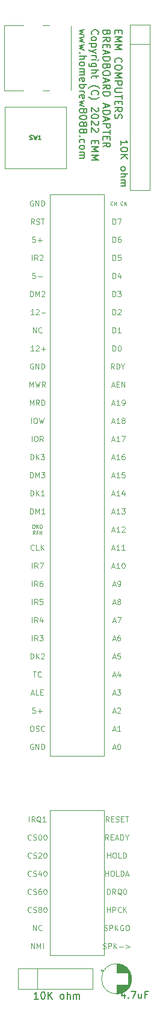
<source format=gbr>
G04 #@! TF.GenerationSoftware,KiCad,Pcbnew,(5.1.8)-1*
G04 #@! TF.CreationDate,2022-11-03T13:18:07-06:00*
G04 #@! TF.ProjectId,Breadboard Adapter,42726561-6462-46f6-9172-642041646170,rev?*
G04 #@! TF.SameCoordinates,Original*
G04 #@! TF.FileFunction,Legend,Top*
G04 #@! TF.FilePolarity,Positive*
%FSLAX46Y46*%
G04 Gerber Fmt 4.6, Leading zero omitted, Abs format (unit mm)*
G04 Created by KiCad (PCBNEW (5.1.8)-1) date 2022-11-03 13:18:07*
%MOMM*%
%LPD*%
G01*
G04 APERTURE LIST*
%ADD10C,0.150000*%
%ADD11C,0.101600*%
%ADD12C,0.076200*%
%ADD13C,0.120000*%
G04 APERTURE END LIST*
D10*
X108718428Y-13797595D02*
X108718428Y-14130928D01*
X108194619Y-14273785D02*
X108194619Y-13797595D01*
X109194619Y-13797595D01*
X109194619Y-14273785D01*
X108194619Y-14702357D02*
X109194619Y-14702357D01*
X108480333Y-15035690D01*
X109194619Y-15369023D01*
X108194619Y-15369023D01*
X108194619Y-15845214D02*
X109194619Y-15845214D01*
X108480333Y-16178547D01*
X109194619Y-16511880D01*
X108194619Y-16511880D01*
X108289857Y-18321404D02*
X108242238Y-18273785D01*
X108194619Y-18130928D01*
X108194619Y-18035690D01*
X108242238Y-17892833D01*
X108337476Y-17797595D01*
X108432714Y-17749976D01*
X108623190Y-17702357D01*
X108766047Y-17702357D01*
X108956523Y-17749976D01*
X109051761Y-17797595D01*
X109147000Y-17892833D01*
X109194619Y-18035690D01*
X109194619Y-18130928D01*
X109147000Y-18273785D01*
X109099380Y-18321404D01*
X109194619Y-18940452D02*
X109194619Y-19130928D01*
X109147000Y-19226166D01*
X109051761Y-19321404D01*
X108861285Y-19369023D01*
X108527952Y-19369023D01*
X108337476Y-19321404D01*
X108242238Y-19226166D01*
X108194619Y-19130928D01*
X108194619Y-18940452D01*
X108242238Y-18845214D01*
X108337476Y-18749976D01*
X108527952Y-18702357D01*
X108861285Y-18702357D01*
X109051761Y-18749976D01*
X109147000Y-18845214D01*
X109194619Y-18940452D01*
X108194619Y-19797595D02*
X109194619Y-19797595D01*
X108480333Y-20130928D01*
X109194619Y-20464261D01*
X108194619Y-20464261D01*
X108194619Y-20940452D02*
X109194619Y-20940452D01*
X109194619Y-21321404D01*
X109147000Y-21416642D01*
X109099380Y-21464261D01*
X109004142Y-21511880D01*
X108861285Y-21511880D01*
X108766047Y-21464261D01*
X108718428Y-21416642D01*
X108670809Y-21321404D01*
X108670809Y-20940452D01*
X109194619Y-21940452D02*
X108385095Y-21940452D01*
X108289857Y-21988071D01*
X108242238Y-22035690D01*
X108194619Y-22130928D01*
X108194619Y-22321404D01*
X108242238Y-22416642D01*
X108289857Y-22464261D01*
X108385095Y-22511880D01*
X109194619Y-22511880D01*
X109194619Y-22845214D02*
X109194619Y-23416642D01*
X108194619Y-23130928D02*
X109194619Y-23130928D01*
X108718428Y-23749976D02*
X108718428Y-24083309D01*
X108194619Y-24226166D02*
X108194619Y-23749976D01*
X109194619Y-23749976D01*
X109194619Y-24226166D01*
X108194619Y-25226166D02*
X108670809Y-24892833D01*
X108194619Y-24654738D02*
X109194619Y-24654738D01*
X109194619Y-25035690D01*
X109147000Y-25130928D01*
X109099380Y-25178547D01*
X109004142Y-25226166D01*
X108861285Y-25226166D01*
X108766047Y-25178547D01*
X108718428Y-25130928D01*
X108670809Y-25035690D01*
X108670809Y-24654738D01*
X108242238Y-25607119D02*
X108194619Y-25749976D01*
X108194619Y-25988071D01*
X108242238Y-26083309D01*
X108289857Y-26130928D01*
X108385095Y-26178547D01*
X108480333Y-26178547D01*
X108575571Y-26130928D01*
X108623190Y-26083309D01*
X108670809Y-25988071D01*
X108718428Y-25797595D01*
X108766047Y-25702357D01*
X108813666Y-25654738D01*
X108908904Y-25607119D01*
X109004142Y-25607119D01*
X109099380Y-25654738D01*
X109147000Y-25702357D01*
X109194619Y-25797595D01*
X109194619Y-26035690D01*
X109147000Y-26178547D01*
X107068428Y-14130928D02*
X107020809Y-14273785D01*
X106973190Y-14321404D01*
X106877952Y-14369023D01*
X106735095Y-14369023D01*
X106639857Y-14321404D01*
X106592238Y-14273785D01*
X106544619Y-14178547D01*
X106544619Y-13797595D01*
X107544619Y-13797595D01*
X107544619Y-14130928D01*
X107497000Y-14226166D01*
X107449380Y-14273785D01*
X107354142Y-14321404D01*
X107258904Y-14321404D01*
X107163666Y-14273785D01*
X107116047Y-14226166D01*
X107068428Y-14130928D01*
X107068428Y-13797595D01*
X106544619Y-15369023D02*
X107020809Y-15035690D01*
X106544619Y-14797595D02*
X107544619Y-14797595D01*
X107544619Y-15178547D01*
X107497000Y-15273785D01*
X107449380Y-15321404D01*
X107354142Y-15369023D01*
X107211285Y-15369023D01*
X107116047Y-15321404D01*
X107068428Y-15273785D01*
X107020809Y-15178547D01*
X107020809Y-14797595D01*
X107068428Y-15797595D02*
X107068428Y-16130928D01*
X106544619Y-16273785D02*
X106544619Y-15797595D01*
X107544619Y-15797595D01*
X107544619Y-16273785D01*
X106830333Y-16654738D02*
X106830333Y-17130928D01*
X106544619Y-16559500D02*
X107544619Y-16892833D01*
X106544619Y-17226166D01*
X106544619Y-17559500D02*
X107544619Y-17559500D01*
X107544619Y-17797595D01*
X107497000Y-17940452D01*
X107401761Y-18035690D01*
X107306523Y-18083309D01*
X107116047Y-18130928D01*
X106973190Y-18130928D01*
X106782714Y-18083309D01*
X106687476Y-18035690D01*
X106592238Y-17940452D01*
X106544619Y-17797595D01*
X106544619Y-17559500D01*
X107068428Y-18892833D02*
X107020809Y-19035690D01*
X106973190Y-19083309D01*
X106877952Y-19130928D01*
X106735095Y-19130928D01*
X106639857Y-19083309D01*
X106592238Y-19035690D01*
X106544619Y-18940452D01*
X106544619Y-18559500D01*
X107544619Y-18559500D01*
X107544619Y-18892833D01*
X107497000Y-18988071D01*
X107449380Y-19035690D01*
X107354142Y-19083309D01*
X107258904Y-19083309D01*
X107163666Y-19035690D01*
X107116047Y-18988071D01*
X107068428Y-18892833D01*
X107068428Y-18559500D01*
X107544619Y-19749976D02*
X107544619Y-19940452D01*
X107497000Y-20035690D01*
X107401761Y-20130928D01*
X107211285Y-20178547D01*
X106877952Y-20178547D01*
X106687476Y-20130928D01*
X106592238Y-20035690D01*
X106544619Y-19940452D01*
X106544619Y-19749976D01*
X106592238Y-19654738D01*
X106687476Y-19559500D01*
X106877952Y-19511880D01*
X107211285Y-19511880D01*
X107401761Y-19559500D01*
X107497000Y-19654738D01*
X107544619Y-19749976D01*
X106830333Y-20559500D02*
X106830333Y-21035690D01*
X106544619Y-20464261D02*
X107544619Y-20797595D01*
X106544619Y-21130928D01*
X106544619Y-22035690D02*
X107020809Y-21702357D01*
X106544619Y-21464261D02*
X107544619Y-21464261D01*
X107544619Y-21845214D01*
X107497000Y-21940452D01*
X107449380Y-21988071D01*
X107354142Y-22035690D01*
X107211285Y-22035690D01*
X107116047Y-21988071D01*
X107068428Y-21940452D01*
X107020809Y-21845214D01*
X107020809Y-21464261D01*
X106544619Y-22464261D02*
X107544619Y-22464261D01*
X107544619Y-22702357D01*
X107497000Y-22845214D01*
X107401761Y-22940452D01*
X107306523Y-22988071D01*
X107116047Y-23035690D01*
X106973190Y-23035690D01*
X106782714Y-22988071D01*
X106687476Y-22940452D01*
X106592238Y-22845214D01*
X106544619Y-22702357D01*
X106544619Y-22464261D01*
X106830333Y-24178547D02*
X106830333Y-24654738D01*
X106544619Y-24083309D02*
X107544619Y-24416642D01*
X106544619Y-24749976D01*
X106544619Y-25083309D02*
X107544619Y-25083309D01*
X107544619Y-25321404D01*
X107497000Y-25464261D01*
X107401761Y-25559500D01*
X107306523Y-25607119D01*
X107116047Y-25654738D01*
X106973190Y-25654738D01*
X106782714Y-25607119D01*
X106687476Y-25559500D01*
X106592238Y-25464261D01*
X106544619Y-25321404D01*
X106544619Y-25083309D01*
X106830333Y-26035690D02*
X106830333Y-26511880D01*
X106544619Y-25940452D02*
X107544619Y-26273785D01*
X106544619Y-26607119D01*
X106544619Y-26940452D02*
X107544619Y-26940452D01*
X107544619Y-27321404D01*
X107497000Y-27416642D01*
X107449380Y-27464261D01*
X107354142Y-27511880D01*
X107211285Y-27511880D01*
X107116047Y-27464261D01*
X107068428Y-27416642D01*
X107020809Y-27321404D01*
X107020809Y-26940452D01*
X107544619Y-27797595D02*
X107544619Y-28369023D01*
X106544619Y-28083309D02*
X107544619Y-28083309D01*
X107068428Y-28702357D02*
X107068428Y-29035690D01*
X106544619Y-29178547D02*
X106544619Y-28702357D01*
X107544619Y-28702357D01*
X107544619Y-29178547D01*
X106544619Y-30178547D02*
X107020809Y-29845214D01*
X106544619Y-29607119D02*
X107544619Y-29607119D01*
X107544619Y-29988071D01*
X107497000Y-30083309D01*
X107449380Y-30130928D01*
X107354142Y-30178547D01*
X107211285Y-30178547D01*
X107116047Y-30130928D01*
X107068428Y-30083309D01*
X107020809Y-29988071D01*
X107020809Y-29607119D01*
X104989857Y-14369023D02*
X104942238Y-14321404D01*
X104894619Y-14178547D01*
X104894619Y-14083309D01*
X104942238Y-13940452D01*
X105037476Y-13845214D01*
X105132714Y-13797595D01*
X105323190Y-13749976D01*
X105466047Y-13749976D01*
X105656523Y-13797595D01*
X105751761Y-13845214D01*
X105847000Y-13940452D01*
X105894619Y-14083309D01*
X105894619Y-14178547D01*
X105847000Y-14321404D01*
X105799380Y-14369023D01*
X104894619Y-14940452D02*
X104942238Y-14845214D01*
X104989857Y-14797595D01*
X105085095Y-14749976D01*
X105370809Y-14749976D01*
X105466047Y-14797595D01*
X105513666Y-14845214D01*
X105561285Y-14940452D01*
X105561285Y-15083309D01*
X105513666Y-15178547D01*
X105466047Y-15226166D01*
X105370809Y-15273785D01*
X105085095Y-15273785D01*
X104989857Y-15226166D01*
X104942238Y-15178547D01*
X104894619Y-15083309D01*
X104894619Y-14940452D01*
X105561285Y-15702357D02*
X104561285Y-15702357D01*
X105513666Y-15702357D02*
X105561285Y-15797595D01*
X105561285Y-15988071D01*
X105513666Y-16083309D01*
X105466047Y-16130928D01*
X105370809Y-16178547D01*
X105085095Y-16178547D01*
X104989857Y-16130928D01*
X104942238Y-16083309D01*
X104894619Y-15988071D01*
X104894619Y-15797595D01*
X104942238Y-15702357D01*
X105561285Y-16511880D02*
X104894619Y-16749976D01*
X105561285Y-16988071D02*
X104894619Y-16749976D01*
X104656523Y-16654738D01*
X104608904Y-16607119D01*
X104561285Y-16511880D01*
X104894619Y-17369023D02*
X105561285Y-17369023D01*
X105370809Y-17369023D02*
X105466047Y-17416642D01*
X105513666Y-17464261D01*
X105561285Y-17559500D01*
X105561285Y-17654738D01*
X104894619Y-17988071D02*
X105561285Y-17988071D01*
X105894619Y-17988071D02*
X105847000Y-17940452D01*
X105799380Y-17988071D01*
X105847000Y-18035690D01*
X105894619Y-17988071D01*
X105799380Y-17988071D01*
X105561285Y-18892833D02*
X104751761Y-18892833D01*
X104656523Y-18845214D01*
X104608904Y-18797595D01*
X104561285Y-18702357D01*
X104561285Y-18559500D01*
X104608904Y-18464261D01*
X104942238Y-18892833D02*
X104894619Y-18797595D01*
X104894619Y-18607119D01*
X104942238Y-18511880D01*
X104989857Y-18464261D01*
X105085095Y-18416642D01*
X105370809Y-18416642D01*
X105466047Y-18464261D01*
X105513666Y-18511880D01*
X105561285Y-18607119D01*
X105561285Y-18797595D01*
X105513666Y-18892833D01*
X104894619Y-19369023D02*
X105894619Y-19369023D01*
X104894619Y-19797595D02*
X105418428Y-19797595D01*
X105513666Y-19749976D01*
X105561285Y-19654738D01*
X105561285Y-19511880D01*
X105513666Y-19416642D01*
X105466047Y-19369023D01*
X105561285Y-20130928D02*
X105561285Y-20511880D01*
X105894619Y-20273785D02*
X105037476Y-20273785D01*
X104942238Y-20321404D01*
X104894619Y-20416642D01*
X104894619Y-20511880D01*
X104513666Y-21892833D02*
X104561285Y-21845214D01*
X104704142Y-21749976D01*
X104799380Y-21702357D01*
X104942238Y-21654738D01*
X105180333Y-21607119D01*
X105370809Y-21607119D01*
X105608904Y-21654738D01*
X105751761Y-21702357D01*
X105847000Y-21749976D01*
X105989857Y-21845214D01*
X106037476Y-21892833D01*
X104989857Y-22845214D02*
X104942238Y-22797595D01*
X104894619Y-22654738D01*
X104894619Y-22559500D01*
X104942238Y-22416642D01*
X105037476Y-22321404D01*
X105132714Y-22273785D01*
X105323190Y-22226166D01*
X105466047Y-22226166D01*
X105656523Y-22273785D01*
X105751761Y-22321404D01*
X105847000Y-22416642D01*
X105894619Y-22559500D01*
X105894619Y-22654738D01*
X105847000Y-22797595D01*
X105799380Y-22845214D01*
X104513666Y-23178547D02*
X104561285Y-23226166D01*
X104704142Y-23321404D01*
X104799380Y-23369023D01*
X104942238Y-23416642D01*
X105180333Y-23464261D01*
X105370809Y-23464261D01*
X105608904Y-23416642D01*
X105751761Y-23369023D01*
X105847000Y-23321404D01*
X105989857Y-23226166D01*
X106037476Y-23178547D01*
X105799380Y-24654738D02*
X105847000Y-24702357D01*
X105894619Y-24797595D01*
X105894619Y-25035690D01*
X105847000Y-25130928D01*
X105799380Y-25178547D01*
X105704142Y-25226166D01*
X105608904Y-25226166D01*
X105466047Y-25178547D01*
X104894619Y-24607119D01*
X104894619Y-25226166D01*
X105894619Y-25845214D02*
X105894619Y-25940452D01*
X105847000Y-26035690D01*
X105799380Y-26083309D01*
X105704142Y-26130928D01*
X105513666Y-26178547D01*
X105275571Y-26178547D01*
X105085095Y-26130928D01*
X104989857Y-26083309D01*
X104942238Y-26035690D01*
X104894619Y-25940452D01*
X104894619Y-25845214D01*
X104942238Y-25749976D01*
X104989857Y-25702357D01*
X105085095Y-25654738D01*
X105275571Y-25607119D01*
X105513666Y-25607119D01*
X105704142Y-25654738D01*
X105799380Y-25702357D01*
X105847000Y-25749976D01*
X105894619Y-25845214D01*
X105799380Y-26559500D02*
X105847000Y-26607119D01*
X105894619Y-26702357D01*
X105894619Y-26940452D01*
X105847000Y-27035690D01*
X105799380Y-27083309D01*
X105704142Y-27130928D01*
X105608904Y-27130928D01*
X105466047Y-27083309D01*
X104894619Y-26511880D01*
X104894619Y-27130928D01*
X105799380Y-27511880D02*
X105847000Y-27559500D01*
X105894619Y-27654738D01*
X105894619Y-27892833D01*
X105847000Y-27988071D01*
X105799380Y-28035690D01*
X105704142Y-28083309D01*
X105608904Y-28083309D01*
X105466047Y-28035690D01*
X104894619Y-27464261D01*
X104894619Y-28083309D01*
X105418428Y-29273785D02*
X105418428Y-29607119D01*
X104894619Y-29749976D02*
X104894619Y-29273785D01*
X105894619Y-29273785D01*
X105894619Y-29749976D01*
X104894619Y-30178547D02*
X105894619Y-30178547D01*
X105180333Y-30511880D01*
X105894619Y-30845214D01*
X104894619Y-30845214D01*
X104894619Y-31321404D02*
X105894619Y-31321404D01*
X105180333Y-31654738D01*
X105894619Y-31988071D01*
X104894619Y-31988071D01*
X103911285Y-13702357D02*
X103244619Y-13892833D01*
X103720809Y-14083309D01*
X103244619Y-14273785D01*
X103911285Y-14464261D01*
X103911285Y-14749976D02*
X103244619Y-14940452D01*
X103720809Y-15130928D01*
X103244619Y-15321404D01*
X103911285Y-15511880D01*
X103911285Y-15797595D02*
X103244619Y-15988071D01*
X103720809Y-16178547D01*
X103244619Y-16369023D01*
X103911285Y-16559500D01*
X103339857Y-16940452D02*
X103292238Y-16988071D01*
X103244619Y-16940452D01*
X103292238Y-16892833D01*
X103339857Y-16940452D01*
X103244619Y-16940452D01*
X103244619Y-17416642D02*
X104244619Y-17416642D01*
X103244619Y-17845214D02*
X103768428Y-17845214D01*
X103863666Y-17797595D01*
X103911285Y-17702357D01*
X103911285Y-17559500D01*
X103863666Y-17464261D01*
X103816047Y-17416642D01*
X103244619Y-18464261D02*
X103292238Y-18369023D01*
X103339857Y-18321404D01*
X103435095Y-18273785D01*
X103720809Y-18273785D01*
X103816047Y-18321404D01*
X103863666Y-18369023D01*
X103911285Y-18464261D01*
X103911285Y-18607119D01*
X103863666Y-18702357D01*
X103816047Y-18749976D01*
X103720809Y-18797595D01*
X103435095Y-18797595D01*
X103339857Y-18749976D01*
X103292238Y-18702357D01*
X103244619Y-18607119D01*
X103244619Y-18464261D01*
X103244619Y-19226166D02*
X103911285Y-19226166D01*
X103816047Y-19226166D02*
X103863666Y-19273785D01*
X103911285Y-19369023D01*
X103911285Y-19511880D01*
X103863666Y-19607119D01*
X103768428Y-19654738D01*
X103244619Y-19654738D01*
X103768428Y-19654738D02*
X103863666Y-19702357D01*
X103911285Y-19797595D01*
X103911285Y-19940452D01*
X103863666Y-20035690D01*
X103768428Y-20083309D01*
X103244619Y-20083309D01*
X103292238Y-20940452D02*
X103244619Y-20845214D01*
X103244619Y-20654738D01*
X103292238Y-20559500D01*
X103387476Y-20511880D01*
X103768428Y-20511880D01*
X103863666Y-20559500D01*
X103911285Y-20654738D01*
X103911285Y-20845214D01*
X103863666Y-20940452D01*
X103768428Y-20988071D01*
X103673190Y-20988071D01*
X103577952Y-20511880D01*
X103244619Y-21416642D02*
X104244619Y-21416642D01*
X103863666Y-21416642D02*
X103911285Y-21511880D01*
X103911285Y-21702357D01*
X103863666Y-21797595D01*
X103816047Y-21845214D01*
X103720809Y-21892833D01*
X103435095Y-21892833D01*
X103339857Y-21845214D01*
X103292238Y-21797595D01*
X103244619Y-21702357D01*
X103244619Y-21511880D01*
X103292238Y-21416642D01*
X103244619Y-22321404D02*
X103911285Y-22321404D01*
X103720809Y-22321404D02*
X103816047Y-22369023D01*
X103863666Y-22416642D01*
X103911285Y-22511880D01*
X103911285Y-22607119D01*
X103292238Y-23321404D02*
X103244619Y-23226166D01*
X103244619Y-23035690D01*
X103292238Y-22940452D01*
X103387476Y-22892833D01*
X103768428Y-22892833D01*
X103863666Y-22940452D01*
X103911285Y-23035690D01*
X103911285Y-23226166D01*
X103863666Y-23321404D01*
X103768428Y-23369023D01*
X103673190Y-23369023D01*
X103577952Y-22892833D01*
X103911285Y-23702357D02*
X103244619Y-23892833D01*
X103720809Y-24083309D01*
X103244619Y-24273785D01*
X103911285Y-24464261D01*
X103816047Y-24988071D02*
X103863666Y-24892833D01*
X103911285Y-24845214D01*
X104006523Y-24797595D01*
X104054142Y-24797595D01*
X104149380Y-24845214D01*
X104197000Y-24892833D01*
X104244619Y-24988071D01*
X104244619Y-25178547D01*
X104197000Y-25273785D01*
X104149380Y-25321404D01*
X104054142Y-25369023D01*
X104006523Y-25369023D01*
X103911285Y-25321404D01*
X103863666Y-25273785D01*
X103816047Y-25178547D01*
X103816047Y-24988071D01*
X103768428Y-24892833D01*
X103720809Y-24845214D01*
X103625571Y-24797595D01*
X103435095Y-24797595D01*
X103339857Y-24845214D01*
X103292238Y-24892833D01*
X103244619Y-24988071D01*
X103244619Y-25178547D01*
X103292238Y-25273785D01*
X103339857Y-25321404D01*
X103435095Y-25369023D01*
X103625571Y-25369023D01*
X103720809Y-25321404D01*
X103768428Y-25273785D01*
X103816047Y-25178547D01*
X104244619Y-25988071D02*
X104244619Y-26083309D01*
X104197000Y-26178547D01*
X104149380Y-26226166D01*
X104054142Y-26273785D01*
X103863666Y-26321404D01*
X103625571Y-26321404D01*
X103435095Y-26273785D01*
X103339857Y-26226166D01*
X103292238Y-26178547D01*
X103244619Y-26083309D01*
X103244619Y-25988071D01*
X103292238Y-25892833D01*
X103339857Y-25845214D01*
X103435095Y-25797595D01*
X103625571Y-25749976D01*
X103863666Y-25749976D01*
X104054142Y-25797595D01*
X104149380Y-25845214D01*
X104197000Y-25892833D01*
X104244619Y-25988071D01*
X103816047Y-26892833D02*
X103863666Y-26797595D01*
X103911285Y-26749976D01*
X104006523Y-26702357D01*
X104054142Y-26702357D01*
X104149380Y-26749976D01*
X104197000Y-26797595D01*
X104244619Y-26892833D01*
X104244619Y-27083309D01*
X104197000Y-27178547D01*
X104149380Y-27226166D01*
X104054142Y-27273785D01*
X104006523Y-27273785D01*
X103911285Y-27226166D01*
X103863666Y-27178547D01*
X103816047Y-27083309D01*
X103816047Y-26892833D01*
X103768428Y-26797595D01*
X103720809Y-26749976D01*
X103625571Y-26702357D01*
X103435095Y-26702357D01*
X103339857Y-26749976D01*
X103292238Y-26797595D01*
X103244619Y-26892833D01*
X103244619Y-27083309D01*
X103292238Y-27178547D01*
X103339857Y-27226166D01*
X103435095Y-27273785D01*
X103625571Y-27273785D01*
X103720809Y-27226166D01*
X103768428Y-27178547D01*
X103816047Y-27083309D01*
X103816047Y-27845214D02*
X103863666Y-27749976D01*
X103911285Y-27702357D01*
X104006523Y-27654738D01*
X104054142Y-27654738D01*
X104149380Y-27702357D01*
X104197000Y-27749976D01*
X104244619Y-27845214D01*
X104244619Y-28035690D01*
X104197000Y-28130928D01*
X104149380Y-28178547D01*
X104054142Y-28226166D01*
X104006523Y-28226166D01*
X103911285Y-28178547D01*
X103863666Y-28130928D01*
X103816047Y-28035690D01*
X103816047Y-27845214D01*
X103768428Y-27749976D01*
X103720809Y-27702357D01*
X103625571Y-27654738D01*
X103435095Y-27654738D01*
X103339857Y-27702357D01*
X103292238Y-27749976D01*
X103244619Y-27845214D01*
X103244619Y-28035690D01*
X103292238Y-28130928D01*
X103339857Y-28178547D01*
X103435095Y-28226166D01*
X103625571Y-28226166D01*
X103720809Y-28178547D01*
X103768428Y-28130928D01*
X103816047Y-28035690D01*
X103339857Y-28654738D02*
X103292238Y-28702357D01*
X103244619Y-28654738D01*
X103292238Y-28607119D01*
X103339857Y-28654738D01*
X103244619Y-28654738D01*
X103292238Y-29559500D02*
X103244619Y-29464261D01*
X103244619Y-29273785D01*
X103292238Y-29178547D01*
X103339857Y-29130928D01*
X103435095Y-29083309D01*
X103720809Y-29083309D01*
X103816047Y-29130928D01*
X103863666Y-29178547D01*
X103911285Y-29273785D01*
X103911285Y-29464261D01*
X103863666Y-29559500D01*
X103244619Y-30130928D02*
X103292238Y-30035690D01*
X103339857Y-29988071D01*
X103435095Y-29940452D01*
X103720809Y-29940452D01*
X103816047Y-29988071D01*
X103863666Y-30035690D01*
X103911285Y-30130928D01*
X103911285Y-30273785D01*
X103863666Y-30369023D01*
X103816047Y-30416642D01*
X103720809Y-30464261D01*
X103435095Y-30464261D01*
X103339857Y-30416642D01*
X103292238Y-30369023D01*
X103244619Y-30273785D01*
X103244619Y-30130928D01*
X103244619Y-30892833D02*
X103911285Y-30892833D01*
X103816047Y-30892833D02*
X103863666Y-30940452D01*
X103911285Y-31035690D01*
X103911285Y-31178547D01*
X103863666Y-31273785D01*
X103768428Y-31321404D01*
X103244619Y-31321404D01*
X103768428Y-31321404D02*
X103863666Y-31369023D01*
X103911285Y-31464261D01*
X103911285Y-31607119D01*
X103863666Y-31702357D01*
X103768428Y-31749976D01*
X103244619Y-31749976D01*
D11*
X96447428Y-142584714D02*
X96447428Y-141822714D01*
X96882857Y-142584714D01*
X96882857Y-141822714D01*
X97245714Y-142584714D02*
X97245714Y-141822714D01*
X97499714Y-142367000D01*
X97753714Y-141822714D01*
X97753714Y-142584714D01*
X98116571Y-142584714D02*
X98116571Y-141822714D01*
X96683285Y-140044714D02*
X96683285Y-139282714D01*
X97118714Y-140044714D01*
X97118714Y-139282714D01*
X97917000Y-139972142D02*
X97880714Y-140008428D01*
X97771857Y-140044714D01*
X97699285Y-140044714D01*
X97590428Y-140008428D01*
X97517857Y-139935857D01*
X97481571Y-139863285D01*
X97445285Y-139718142D01*
X97445285Y-139609285D01*
X97481571Y-139464142D01*
X97517857Y-139391571D01*
X97590428Y-139319000D01*
X97699285Y-139282714D01*
X97771857Y-139282714D01*
X97880714Y-139319000D01*
X97917000Y-139355285D01*
X96429285Y-137432142D02*
X96393000Y-137468428D01*
X96284142Y-137504714D01*
X96211571Y-137504714D01*
X96102714Y-137468428D01*
X96030142Y-137395857D01*
X95993857Y-137323285D01*
X95957571Y-137178142D01*
X95957571Y-137069285D01*
X95993857Y-136924142D01*
X96030142Y-136851571D01*
X96102714Y-136779000D01*
X96211571Y-136742714D01*
X96284142Y-136742714D01*
X96393000Y-136779000D01*
X96429285Y-136815285D01*
X96719571Y-137468428D02*
X96828428Y-137504714D01*
X97009857Y-137504714D01*
X97082428Y-137468428D01*
X97118714Y-137432142D01*
X97155000Y-137359571D01*
X97155000Y-137287000D01*
X97118714Y-137214428D01*
X97082428Y-137178142D01*
X97009857Y-137141857D01*
X96864714Y-137105571D01*
X96792142Y-137069285D01*
X96755857Y-137033000D01*
X96719571Y-136960428D01*
X96719571Y-136887857D01*
X96755857Y-136815285D01*
X96792142Y-136779000D01*
X96864714Y-136742714D01*
X97046142Y-136742714D01*
X97155000Y-136779000D01*
X97590428Y-137069285D02*
X97517857Y-137033000D01*
X97481571Y-136996714D01*
X97445285Y-136924142D01*
X97445285Y-136887857D01*
X97481571Y-136815285D01*
X97517857Y-136779000D01*
X97590428Y-136742714D01*
X97735571Y-136742714D01*
X97808142Y-136779000D01*
X97844428Y-136815285D01*
X97880714Y-136887857D01*
X97880714Y-136924142D01*
X97844428Y-136996714D01*
X97808142Y-137033000D01*
X97735571Y-137069285D01*
X97590428Y-137069285D01*
X97517857Y-137105571D01*
X97481571Y-137141857D01*
X97445285Y-137214428D01*
X97445285Y-137359571D01*
X97481571Y-137432142D01*
X97517857Y-137468428D01*
X97590428Y-137504714D01*
X97735571Y-137504714D01*
X97808142Y-137468428D01*
X97844428Y-137432142D01*
X97880714Y-137359571D01*
X97880714Y-137214428D01*
X97844428Y-137141857D01*
X97808142Y-137105571D01*
X97735571Y-137069285D01*
X98352428Y-136742714D02*
X98425000Y-136742714D01*
X98497571Y-136779000D01*
X98533857Y-136815285D01*
X98570142Y-136887857D01*
X98606428Y-137033000D01*
X98606428Y-137214428D01*
X98570142Y-137359571D01*
X98533857Y-137432142D01*
X98497571Y-137468428D01*
X98425000Y-137504714D01*
X98352428Y-137504714D01*
X98279857Y-137468428D01*
X98243571Y-137432142D01*
X98207285Y-137359571D01*
X98171000Y-137214428D01*
X98171000Y-137033000D01*
X98207285Y-136887857D01*
X98243571Y-136815285D01*
X98279857Y-136779000D01*
X98352428Y-136742714D01*
X96429285Y-134892142D02*
X96393000Y-134928428D01*
X96284142Y-134964714D01*
X96211571Y-134964714D01*
X96102714Y-134928428D01*
X96030142Y-134855857D01*
X95993857Y-134783285D01*
X95957571Y-134638142D01*
X95957571Y-134529285D01*
X95993857Y-134384142D01*
X96030142Y-134311571D01*
X96102714Y-134239000D01*
X96211571Y-134202714D01*
X96284142Y-134202714D01*
X96393000Y-134239000D01*
X96429285Y-134275285D01*
X96719571Y-134928428D02*
X96828428Y-134964714D01*
X97009857Y-134964714D01*
X97082428Y-134928428D01*
X97118714Y-134892142D01*
X97155000Y-134819571D01*
X97155000Y-134747000D01*
X97118714Y-134674428D01*
X97082428Y-134638142D01*
X97009857Y-134601857D01*
X96864714Y-134565571D01*
X96792142Y-134529285D01*
X96755857Y-134493000D01*
X96719571Y-134420428D01*
X96719571Y-134347857D01*
X96755857Y-134275285D01*
X96792142Y-134239000D01*
X96864714Y-134202714D01*
X97046142Y-134202714D01*
X97155000Y-134239000D01*
X97808142Y-134202714D02*
X97663000Y-134202714D01*
X97590428Y-134239000D01*
X97554142Y-134275285D01*
X97481571Y-134384142D01*
X97445285Y-134529285D01*
X97445285Y-134819571D01*
X97481571Y-134892142D01*
X97517857Y-134928428D01*
X97590428Y-134964714D01*
X97735571Y-134964714D01*
X97808142Y-134928428D01*
X97844428Y-134892142D01*
X97880714Y-134819571D01*
X97880714Y-134638142D01*
X97844428Y-134565571D01*
X97808142Y-134529285D01*
X97735571Y-134493000D01*
X97590428Y-134493000D01*
X97517857Y-134529285D01*
X97481571Y-134565571D01*
X97445285Y-134638142D01*
X98352428Y-134202714D02*
X98425000Y-134202714D01*
X98497571Y-134239000D01*
X98533857Y-134275285D01*
X98570142Y-134347857D01*
X98606428Y-134493000D01*
X98606428Y-134674428D01*
X98570142Y-134819571D01*
X98533857Y-134892142D01*
X98497571Y-134928428D01*
X98425000Y-134964714D01*
X98352428Y-134964714D01*
X98279857Y-134928428D01*
X98243571Y-134892142D01*
X98207285Y-134819571D01*
X98171000Y-134674428D01*
X98171000Y-134493000D01*
X98207285Y-134347857D01*
X98243571Y-134275285D01*
X98279857Y-134239000D01*
X98352428Y-134202714D01*
X96429285Y-132352142D02*
X96393000Y-132388428D01*
X96284142Y-132424714D01*
X96211571Y-132424714D01*
X96102714Y-132388428D01*
X96030142Y-132315857D01*
X95993857Y-132243285D01*
X95957571Y-132098142D01*
X95957571Y-131989285D01*
X95993857Y-131844142D01*
X96030142Y-131771571D01*
X96102714Y-131699000D01*
X96211571Y-131662714D01*
X96284142Y-131662714D01*
X96393000Y-131699000D01*
X96429285Y-131735285D01*
X96719571Y-132388428D02*
X96828428Y-132424714D01*
X97009857Y-132424714D01*
X97082428Y-132388428D01*
X97118714Y-132352142D01*
X97155000Y-132279571D01*
X97155000Y-132207000D01*
X97118714Y-132134428D01*
X97082428Y-132098142D01*
X97009857Y-132061857D01*
X96864714Y-132025571D01*
X96792142Y-131989285D01*
X96755857Y-131953000D01*
X96719571Y-131880428D01*
X96719571Y-131807857D01*
X96755857Y-131735285D01*
X96792142Y-131699000D01*
X96864714Y-131662714D01*
X97046142Y-131662714D01*
X97155000Y-131699000D01*
X97808142Y-131916714D02*
X97808142Y-132424714D01*
X97626714Y-131626428D02*
X97445285Y-132170714D01*
X97917000Y-132170714D01*
X98352428Y-131662714D02*
X98425000Y-131662714D01*
X98497571Y-131699000D01*
X98533857Y-131735285D01*
X98570142Y-131807857D01*
X98606428Y-131953000D01*
X98606428Y-132134428D01*
X98570142Y-132279571D01*
X98533857Y-132352142D01*
X98497571Y-132388428D01*
X98425000Y-132424714D01*
X98352428Y-132424714D01*
X98279857Y-132388428D01*
X98243571Y-132352142D01*
X98207285Y-132279571D01*
X98171000Y-132134428D01*
X98171000Y-131953000D01*
X98207285Y-131807857D01*
X98243571Y-131735285D01*
X98279857Y-131699000D01*
X98352428Y-131662714D01*
X96429285Y-129812142D02*
X96393000Y-129848428D01*
X96284142Y-129884714D01*
X96211571Y-129884714D01*
X96102714Y-129848428D01*
X96030142Y-129775857D01*
X95993857Y-129703285D01*
X95957571Y-129558142D01*
X95957571Y-129449285D01*
X95993857Y-129304142D01*
X96030142Y-129231571D01*
X96102714Y-129159000D01*
X96211571Y-129122714D01*
X96284142Y-129122714D01*
X96393000Y-129159000D01*
X96429285Y-129195285D01*
X96719571Y-129848428D02*
X96828428Y-129884714D01*
X97009857Y-129884714D01*
X97082428Y-129848428D01*
X97118714Y-129812142D01*
X97155000Y-129739571D01*
X97155000Y-129667000D01*
X97118714Y-129594428D01*
X97082428Y-129558142D01*
X97009857Y-129521857D01*
X96864714Y-129485571D01*
X96792142Y-129449285D01*
X96755857Y-129413000D01*
X96719571Y-129340428D01*
X96719571Y-129267857D01*
X96755857Y-129195285D01*
X96792142Y-129159000D01*
X96864714Y-129122714D01*
X97046142Y-129122714D01*
X97155000Y-129159000D01*
X97445285Y-129195285D02*
X97481571Y-129159000D01*
X97554142Y-129122714D01*
X97735571Y-129122714D01*
X97808142Y-129159000D01*
X97844428Y-129195285D01*
X97880714Y-129267857D01*
X97880714Y-129340428D01*
X97844428Y-129449285D01*
X97409000Y-129884714D01*
X97880714Y-129884714D01*
X98352428Y-129122714D02*
X98425000Y-129122714D01*
X98497571Y-129159000D01*
X98533857Y-129195285D01*
X98570142Y-129267857D01*
X98606428Y-129413000D01*
X98606428Y-129594428D01*
X98570142Y-129739571D01*
X98533857Y-129812142D01*
X98497571Y-129848428D01*
X98425000Y-129884714D01*
X98352428Y-129884714D01*
X98279857Y-129848428D01*
X98243571Y-129812142D01*
X98207285Y-129739571D01*
X98171000Y-129594428D01*
X98171000Y-129413000D01*
X98207285Y-129267857D01*
X98243571Y-129195285D01*
X98279857Y-129159000D01*
X98352428Y-129122714D01*
X96429285Y-127272142D02*
X96393000Y-127308428D01*
X96284142Y-127344714D01*
X96211571Y-127344714D01*
X96102714Y-127308428D01*
X96030142Y-127235857D01*
X95993857Y-127163285D01*
X95957571Y-127018142D01*
X95957571Y-126909285D01*
X95993857Y-126764142D01*
X96030142Y-126691571D01*
X96102714Y-126619000D01*
X96211571Y-126582714D01*
X96284142Y-126582714D01*
X96393000Y-126619000D01*
X96429285Y-126655285D01*
X96719571Y-127308428D02*
X96828428Y-127344714D01*
X97009857Y-127344714D01*
X97082428Y-127308428D01*
X97118714Y-127272142D01*
X97155000Y-127199571D01*
X97155000Y-127127000D01*
X97118714Y-127054428D01*
X97082428Y-127018142D01*
X97009857Y-126981857D01*
X96864714Y-126945571D01*
X96792142Y-126909285D01*
X96755857Y-126873000D01*
X96719571Y-126800428D01*
X96719571Y-126727857D01*
X96755857Y-126655285D01*
X96792142Y-126619000D01*
X96864714Y-126582714D01*
X97046142Y-126582714D01*
X97155000Y-126619000D01*
X97626714Y-126582714D02*
X97699285Y-126582714D01*
X97771857Y-126619000D01*
X97808142Y-126655285D01*
X97844428Y-126727857D01*
X97880714Y-126873000D01*
X97880714Y-127054428D01*
X97844428Y-127199571D01*
X97808142Y-127272142D01*
X97771857Y-127308428D01*
X97699285Y-127344714D01*
X97626714Y-127344714D01*
X97554142Y-127308428D01*
X97517857Y-127272142D01*
X97481571Y-127199571D01*
X97445285Y-127054428D01*
X97445285Y-126873000D01*
X97481571Y-126727857D01*
X97517857Y-126655285D01*
X97554142Y-126619000D01*
X97626714Y-126582714D01*
X98352428Y-126582714D02*
X98425000Y-126582714D01*
X98497571Y-126619000D01*
X98533857Y-126655285D01*
X98570142Y-126727857D01*
X98606428Y-126873000D01*
X98606428Y-127054428D01*
X98570142Y-127199571D01*
X98533857Y-127272142D01*
X98497571Y-127308428D01*
X98425000Y-127344714D01*
X98352428Y-127344714D01*
X98279857Y-127308428D01*
X98243571Y-127272142D01*
X98207285Y-127199571D01*
X98171000Y-127054428D01*
X98171000Y-126873000D01*
X98207285Y-126727857D01*
X98243571Y-126655285D01*
X98279857Y-126619000D01*
X98352428Y-126582714D01*
X96139000Y-124804714D02*
X96139000Y-124042714D01*
X96937285Y-124804714D02*
X96683285Y-124441857D01*
X96501857Y-124804714D02*
X96501857Y-124042714D01*
X96792142Y-124042714D01*
X96864714Y-124079000D01*
X96901000Y-124115285D01*
X96937285Y-124187857D01*
X96937285Y-124296714D01*
X96901000Y-124369285D01*
X96864714Y-124405571D01*
X96792142Y-124441857D01*
X96501857Y-124441857D01*
X97771857Y-124877285D02*
X97699285Y-124841000D01*
X97626714Y-124768428D01*
X97517857Y-124659571D01*
X97445285Y-124623285D01*
X97372714Y-124623285D01*
X97409000Y-124804714D02*
X97336428Y-124768428D01*
X97263857Y-124695857D01*
X97227571Y-124550714D01*
X97227571Y-124296714D01*
X97263857Y-124151571D01*
X97336428Y-124079000D01*
X97409000Y-124042714D01*
X97554142Y-124042714D01*
X97626714Y-124079000D01*
X97699285Y-124151571D01*
X97735571Y-124296714D01*
X97735571Y-124550714D01*
X97699285Y-124695857D01*
X97626714Y-124768428D01*
X97554142Y-124804714D01*
X97409000Y-124804714D01*
X98461285Y-124804714D02*
X98025857Y-124804714D01*
X98243571Y-124804714D02*
X98243571Y-124042714D01*
X98171000Y-124151571D01*
X98098428Y-124224142D01*
X98025857Y-124260428D01*
X106534857Y-142548428D02*
X106643714Y-142584714D01*
X106825142Y-142584714D01*
X106897714Y-142548428D01*
X106934000Y-142512142D01*
X106970285Y-142439571D01*
X106970285Y-142367000D01*
X106934000Y-142294428D01*
X106897714Y-142258142D01*
X106825142Y-142221857D01*
X106680000Y-142185571D01*
X106607428Y-142149285D01*
X106571142Y-142113000D01*
X106534857Y-142040428D01*
X106534857Y-141967857D01*
X106571142Y-141895285D01*
X106607428Y-141859000D01*
X106680000Y-141822714D01*
X106861428Y-141822714D01*
X106970285Y-141859000D01*
X107296857Y-142584714D02*
X107296857Y-141822714D01*
X107587142Y-141822714D01*
X107659714Y-141859000D01*
X107696000Y-141895285D01*
X107732285Y-141967857D01*
X107732285Y-142076714D01*
X107696000Y-142149285D01*
X107659714Y-142185571D01*
X107587142Y-142221857D01*
X107296857Y-142221857D01*
X108058857Y-142584714D02*
X108058857Y-141822714D01*
X108494285Y-142584714D02*
X108167714Y-142149285D01*
X108494285Y-141822714D02*
X108058857Y-142258142D01*
X108820857Y-142294428D02*
X109401428Y-142294428D01*
X109764285Y-142076714D02*
X110344857Y-142294428D01*
X109764285Y-142512142D01*
X106698142Y-140008428D02*
X106807000Y-140044714D01*
X106988428Y-140044714D01*
X107061000Y-140008428D01*
X107097285Y-139972142D01*
X107133571Y-139899571D01*
X107133571Y-139827000D01*
X107097285Y-139754428D01*
X107061000Y-139718142D01*
X106988428Y-139681857D01*
X106843285Y-139645571D01*
X106770714Y-139609285D01*
X106734428Y-139573000D01*
X106698142Y-139500428D01*
X106698142Y-139427857D01*
X106734428Y-139355285D01*
X106770714Y-139319000D01*
X106843285Y-139282714D01*
X107024714Y-139282714D01*
X107133571Y-139319000D01*
X107460142Y-140044714D02*
X107460142Y-139282714D01*
X107750428Y-139282714D01*
X107823000Y-139319000D01*
X107859285Y-139355285D01*
X107895571Y-139427857D01*
X107895571Y-139536714D01*
X107859285Y-139609285D01*
X107823000Y-139645571D01*
X107750428Y-139681857D01*
X107460142Y-139681857D01*
X108222142Y-140044714D02*
X108222142Y-139282714D01*
X108657571Y-140044714D02*
X108331000Y-139609285D01*
X108657571Y-139282714D02*
X108222142Y-139718142D01*
X109383285Y-139319000D02*
X109310714Y-139282714D01*
X109201857Y-139282714D01*
X109093000Y-139319000D01*
X109020428Y-139391571D01*
X108984142Y-139464142D01*
X108947857Y-139609285D01*
X108947857Y-139718142D01*
X108984142Y-139863285D01*
X109020428Y-139935857D01*
X109093000Y-140008428D01*
X109201857Y-140044714D01*
X109274428Y-140044714D01*
X109383285Y-140008428D01*
X109419571Y-139972142D01*
X109419571Y-139718142D01*
X109274428Y-139718142D01*
X109891285Y-139282714D02*
X110036428Y-139282714D01*
X110109000Y-139319000D01*
X110181571Y-139391571D01*
X110217857Y-139536714D01*
X110217857Y-139790714D01*
X110181571Y-139935857D01*
X110109000Y-140008428D01*
X110036428Y-140044714D01*
X109891285Y-140044714D01*
X109818714Y-140008428D01*
X109746142Y-139935857D01*
X109709857Y-139790714D01*
X109709857Y-139536714D01*
X109746142Y-139391571D01*
X109818714Y-139319000D01*
X109891285Y-139282714D01*
X107097285Y-137504714D02*
X107097285Y-136742714D01*
X107097285Y-137105571D02*
X107532714Y-137105571D01*
X107532714Y-137504714D02*
X107532714Y-136742714D01*
X107895571Y-137504714D02*
X107895571Y-136742714D01*
X108185857Y-136742714D01*
X108258428Y-136779000D01*
X108294714Y-136815285D01*
X108331000Y-136887857D01*
X108331000Y-136996714D01*
X108294714Y-137069285D01*
X108258428Y-137105571D01*
X108185857Y-137141857D01*
X107895571Y-137141857D01*
X109093000Y-137432142D02*
X109056714Y-137468428D01*
X108947857Y-137504714D01*
X108875285Y-137504714D01*
X108766428Y-137468428D01*
X108693857Y-137395857D01*
X108657571Y-137323285D01*
X108621285Y-137178142D01*
X108621285Y-137069285D01*
X108657571Y-136924142D01*
X108693857Y-136851571D01*
X108766428Y-136779000D01*
X108875285Y-136742714D01*
X108947857Y-136742714D01*
X109056714Y-136779000D01*
X109093000Y-136815285D01*
X109419571Y-137504714D02*
X109419571Y-136742714D01*
X109855000Y-137504714D02*
X109528428Y-137069285D01*
X109855000Y-136742714D02*
X109419571Y-137178142D01*
X107115428Y-134964714D02*
X107115428Y-134202714D01*
X107296857Y-134202714D01*
X107405714Y-134239000D01*
X107478285Y-134311571D01*
X107514571Y-134384142D01*
X107550857Y-134529285D01*
X107550857Y-134638142D01*
X107514571Y-134783285D01*
X107478285Y-134855857D01*
X107405714Y-134928428D01*
X107296857Y-134964714D01*
X107115428Y-134964714D01*
X108312857Y-134964714D02*
X108058857Y-134601857D01*
X107877428Y-134964714D02*
X107877428Y-134202714D01*
X108167714Y-134202714D01*
X108240285Y-134239000D01*
X108276571Y-134275285D01*
X108312857Y-134347857D01*
X108312857Y-134456714D01*
X108276571Y-134529285D01*
X108240285Y-134565571D01*
X108167714Y-134601857D01*
X107877428Y-134601857D01*
X109147428Y-135037285D02*
X109074857Y-135001000D01*
X109002285Y-134928428D01*
X108893428Y-134819571D01*
X108820857Y-134783285D01*
X108748285Y-134783285D01*
X108784571Y-134964714D02*
X108712000Y-134928428D01*
X108639428Y-134855857D01*
X108603142Y-134710714D01*
X108603142Y-134456714D01*
X108639428Y-134311571D01*
X108712000Y-134239000D01*
X108784571Y-134202714D01*
X108929714Y-134202714D01*
X109002285Y-134239000D01*
X109074857Y-134311571D01*
X109111142Y-134456714D01*
X109111142Y-134710714D01*
X109074857Y-134855857D01*
X109002285Y-134928428D01*
X108929714Y-134964714D01*
X108784571Y-134964714D01*
X109582857Y-134202714D02*
X109655428Y-134202714D01*
X109728000Y-134239000D01*
X109764285Y-134275285D01*
X109800571Y-134347857D01*
X109836857Y-134493000D01*
X109836857Y-134674428D01*
X109800571Y-134819571D01*
X109764285Y-134892142D01*
X109728000Y-134928428D01*
X109655428Y-134964714D01*
X109582857Y-134964714D01*
X109510285Y-134928428D01*
X109474000Y-134892142D01*
X109437714Y-134819571D01*
X109401428Y-134674428D01*
X109401428Y-134493000D01*
X109437714Y-134347857D01*
X109474000Y-134275285D01*
X109510285Y-134239000D01*
X109582857Y-134202714D01*
X106825142Y-132424714D02*
X106825142Y-131662714D01*
X106825142Y-132025571D02*
X107260571Y-132025571D01*
X107260571Y-132424714D02*
X107260571Y-131662714D01*
X107768571Y-131662714D02*
X107913714Y-131662714D01*
X107986285Y-131699000D01*
X108058857Y-131771571D01*
X108095142Y-131916714D01*
X108095142Y-132170714D01*
X108058857Y-132315857D01*
X107986285Y-132388428D01*
X107913714Y-132424714D01*
X107768571Y-132424714D01*
X107696000Y-132388428D01*
X107623428Y-132315857D01*
X107587142Y-132170714D01*
X107587142Y-131916714D01*
X107623428Y-131771571D01*
X107696000Y-131699000D01*
X107768571Y-131662714D01*
X108784571Y-132424714D02*
X108421714Y-132424714D01*
X108421714Y-131662714D01*
X109038571Y-132424714D02*
X109038571Y-131662714D01*
X109220000Y-131662714D01*
X109328857Y-131699000D01*
X109401428Y-131771571D01*
X109437714Y-131844142D01*
X109474000Y-131989285D01*
X109474000Y-132098142D01*
X109437714Y-132243285D01*
X109401428Y-132315857D01*
X109328857Y-132388428D01*
X109220000Y-132424714D01*
X109038571Y-132424714D01*
X109764285Y-132207000D02*
X110127142Y-132207000D01*
X109691714Y-132424714D02*
X109945714Y-131662714D01*
X110199714Y-132424714D01*
X107151714Y-129884714D02*
X107151714Y-129122714D01*
X107151714Y-129485571D02*
X107587142Y-129485571D01*
X107587142Y-129884714D02*
X107587142Y-129122714D01*
X108095142Y-129122714D02*
X108240285Y-129122714D01*
X108312857Y-129159000D01*
X108385428Y-129231571D01*
X108421714Y-129376714D01*
X108421714Y-129630714D01*
X108385428Y-129775857D01*
X108312857Y-129848428D01*
X108240285Y-129884714D01*
X108095142Y-129884714D01*
X108022571Y-129848428D01*
X107950000Y-129775857D01*
X107913714Y-129630714D01*
X107913714Y-129376714D01*
X107950000Y-129231571D01*
X108022571Y-129159000D01*
X108095142Y-129122714D01*
X109111142Y-129884714D02*
X108748285Y-129884714D01*
X108748285Y-129122714D01*
X109365142Y-129884714D02*
X109365142Y-129122714D01*
X109546571Y-129122714D01*
X109655428Y-129159000D01*
X109728000Y-129231571D01*
X109764285Y-129304142D01*
X109800571Y-129449285D01*
X109800571Y-129558142D01*
X109764285Y-129703285D01*
X109728000Y-129775857D01*
X109655428Y-129848428D01*
X109546571Y-129884714D01*
X109365142Y-129884714D01*
X107315000Y-127344714D02*
X107061000Y-126981857D01*
X106879571Y-127344714D02*
X106879571Y-126582714D01*
X107169857Y-126582714D01*
X107242428Y-126619000D01*
X107278714Y-126655285D01*
X107315000Y-126727857D01*
X107315000Y-126836714D01*
X107278714Y-126909285D01*
X107242428Y-126945571D01*
X107169857Y-126981857D01*
X106879571Y-126981857D01*
X107641571Y-126945571D02*
X107895571Y-126945571D01*
X108004428Y-127344714D02*
X107641571Y-127344714D01*
X107641571Y-126582714D01*
X108004428Y-126582714D01*
X108294714Y-127127000D02*
X108657571Y-127127000D01*
X108222142Y-127344714D02*
X108476142Y-126582714D01*
X108730142Y-127344714D01*
X108984142Y-127344714D02*
X108984142Y-126582714D01*
X109165571Y-126582714D01*
X109274428Y-126619000D01*
X109347000Y-126691571D01*
X109383285Y-126764142D01*
X109419571Y-126909285D01*
X109419571Y-127018142D01*
X109383285Y-127163285D01*
X109347000Y-127235857D01*
X109274428Y-127308428D01*
X109165571Y-127344714D01*
X108984142Y-127344714D01*
X109891285Y-126981857D02*
X109891285Y-127344714D01*
X109637285Y-126582714D02*
X109891285Y-126981857D01*
X110145285Y-126582714D01*
X107351285Y-124804714D02*
X107097285Y-124441857D01*
X106915857Y-124804714D02*
X106915857Y-124042714D01*
X107206142Y-124042714D01*
X107278714Y-124079000D01*
X107315000Y-124115285D01*
X107351285Y-124187857D01*
X107351285Y-124296714D01*
X107315000Y-124369285D01*
X107278714Y-124405571D01*
X107206142Y-124441857D01*
X106915857Y-124441857D01*
X107677857Y-124405571D02*
X107931857Y-124405571D01*
X108040714Y-124804714D02*
X107677857Y-124804714D01*
X107677857Y-124042714D01*
X108040714Y-124042714D01*
X108331000Y-124768428D02*
X108439857Y-124804714D01*
X108621285Y-124804714D01*
X108693857Y-124768428D01*
X108730142Y-124732142D01*
X108766428Y-124659571D01*
X108766428Y-124587000D01*
X108730142Y-124514428D01*
X108693857Y-124478142D01*
X108621285Y-124441857D01*
X108476142Y-124405571D01*
X108403571Y-124369285D01*
X108367285Y-124333000D01*
X108331000Y-124260428D01*
X108331000Y-124187857D01*
X108367285Y-124115285D01*
X108403571Y-124079000D01*
X108476142Y-124042714D01*
X108657571Y-124042714D01*
X108766428Y-124079000D01*
X109093000Y-124405571D02*
X109347000Y-124405571D01*
X109455857Y-124804714D02*
X109093000Y-124804714D01*
X109093000Y-124042714D01*
X109455857Y-124042714D01*
X109673571Y-124042714D02*
X110109000Y-124042714D01*
X109891285Y-124804714D02*
X109891285Y-124042714D01*
X96683285Y-56224714D02*
X96683285Y-55462714D01*
X97118714Y-56224714D01*
X97118714Y-55462714D01*
X97917000Y-56152142D02*
X97880714Y-56188428D01*
X97771857Y-56224714D01*
X97699285Y-56224714D01*
X97590428Y-56188428D01*
X97517857Y-56115857D01*
X97481571Y-56043285D01*
X97445285Y-55898142D01*
X97445285Y-55789285D01*
X97481571Y-55644142D01*
X97517857Y-55571571D01*
X97590428Y-55499000D01*
X97699285Y-55462714D01*
X97771857Y-55462714D01*
X97880714Y-55499000D01*
X97917000Y-55535285D01*
X96792142Y-53684714D02*
X96356714Y-53684714D01*
X96574428Y-53684714D02*
X96574428Y-52922714D01*
X96501857Y-53031571D01*
X96429285Y-53104142D01*
X96356714Y-53140428D01*
X97082428Y-52995285D02*
X97118714Y-52959000D01*
X97191285Y-52922714D01*
X97372714Y-52922714D01*
X97445285Y-52959000D01*
X97481571Y-52995285D01*
X97517857Y-53067857D01*
X97517857Y-53140428D01*
X97481571Y-53249285D01*
X97046142Y-53684714D01*
X97517857Y-53684714D01*
X97844428Y-53394428D02*
X98425000Y-53394428D01*
X96284142Y-51144714D02*
X96284142Y-50382714D01*
X96465571Y-50382714D01*
X96574428Y-50419000D01*
X96647000Y-50491571D01*
X96683285Y-50564142D01*
X96719571Y-50709285D01*
X96719571Y-50818142D01*
X96683285Y-50963285D01*
X96647000Y-51035857D01*
X96574428Y-51108428D01*
X96465571Y-51144714D01*
X96284142Y-51144714D01*
X97046142Y-51144714D02*
X97046142Y-50382714D01*
X97300142Y-50927000D01*
X97554142Y-50382714D01*
X97554142Y-51144714D01*
X97880714Y-50455285D02*
X97917000Y-50419000D01*
X97989571Y-50382714D01*
X98171000Y-50382714D01*
X98243571Y-50419000D01*
X98279857Y-50455285D01*
X98316142Y-50527857D01*
X98316142Y-50600428D01*
X98279857Y-50709285D01*
X97844428Y-51144714D01*
X98316142Y-51144714D01*
X96991714Y-47842714D02*
X96628857Y-47842714D01*
X96592571Y-48205571D01*
X96628857Y-48169285D01*
X96701428Y-48133000D01*
X96882857Y-48133000D01*
X96955428Y-48169285D01*
X96991714Y-48205571D01*
X97028000Y-48278142D01*
X97028000Y-48459571D01*
X96991714Y-48532142D01*
X96955428Y-48568428D01*
X96882857Y-48604714D01*
X96701428Y-48604714D01*
X96628857Y-48568428D01*
X96592571Y-48532142D01*
X97354571Y-48314428D02*
X97935142Y-48314428D01*
X96538142Y-46064714D02*
X96538142Y-45302714D01*
X97336428Y-46064714D02*
X97082428Y-45701857D01*
X96901000Y-46064714D02*
X96901000Y-45302714D01*
X97191285Y-45302714D01*
X97263857Y-45339000D01*
X97300142Y-45375285D01*
X97336428Y-45447857D01*
X97336428Y-45556714D01*
X97300142Y-45629285D01*
X97263857Y-45665571D01*
X97191285Y-45701857D01*
X96901000Y-45701857D01*
X97626714Y-45375285D02*
X97663000Y-45339000D01*
X97735571Y-45302714D01*
X97917000Y-45302714D01*
X97989571Y-45339000D01*
X98025857Y-45375285D01*
X98062142Y-45447857D01*
X98062142Y-45520428D01*
X98025857Y-45629285D01*
X97590428Y-46064714D01*
X98062142Y-46064714D01*
X96991714Y-42762714D02*
X96628857Y-42762714D01*
X96592571Y-43125571D01*
X96628857Y-43089285D01*
X96701428Y-43053000D01*
X96882857Y-43053000D01*
X96955428Y-43089285D01*
X96991714Y-43125571D01*
X97028000Y-43198142D01*
X97028000Y-43379571D01*
X96991714Y-43452142D01*
X96955428Y-43488428D01*
X96882857Y-43524714D01*
X96701428Y-43524714D01*
X96628857Y-43488428D01*
X96592571Y-43452142D01*
X97354571Y-43234428D02*
X97935142Y-43234428D01*
X97644857Y-43524714D02*
X97644857Y-42944142D01*
X96864714Y-40984714D02*
X96610714Y-40621857D01*
X96429285Y-40984714D02*
X96429285Y-40222714D01*
X96719571Y-40222714D01*
X96792142Y-40259000D01*
X96828428Y-40295285D01*
X96864714Y-40367857D01*
X96864714Y-40476714D01*
X96828428Y-40549285D01*
X96792142Y-40585571D01*
X96719571Y-40621857D01*
X96429285Y-40621857D01*
X97155000Y-40948428D02*
X97263857Y-40984714D01*
X97445285Y-40984714D01*
X97517857Y-40948428D01*
X97554142Y-40912142D01*
X97590428Y-40839571D01*
X97590428Y-40767000D01*
X97554142Y-40694428D01*
X97517857Y-40658142D01*
X97445285Y-40621857D01*
X97300142Y-40585571D01*
X97227571Y-40549285D01*
X97191285Y-40513000D01*
X97155000Y-40440428D01*
X97155000Y-40367857D01*
X97191285Y-40295285D01*
X97227571Y-40259000D01*
X97300142Y-40222714D01*
X97481571Y-40222714D01*
X97590428Y-40259000D01*
X97808142Y-40222714D02*
X98243571Y-40222714D01*
X98025857Y-40984714D02*
X98025857Y-40222714D01*
X96701428Y-37719000D02*
X96628857Y-37682714D01*
X96520000Y-37682714D01*
X96411142Y-37719000D01*
X96338571Y-37791571D01*
X96302285Y-37864142D01*
X96266000Y-38009285D01*
X96266000Y-38118142D01*
X96302285Y-38263285D01*
X96338571Y-38335857D01*
X96411142Y-38408428D01*
X96520000Y-38444714D01*
X96592571Y-38444714D01*
X96701428Y-38408428D01*
X96737714Y-38372142D01*
X96737714Y-38118142D01*
X96592571Y-38118142D01*
X97064285Y-38444714D02*
X97064285Y-37682714D01*
X97499714Y-38444714D01*
X97499714Y-37682714D01*
X97862571Y-38444714D02*
X97862571Y-37682714D01*
X98044000Y-37682714D01*
X98152857Y-37719000D01*
X98225428Y-37791571D01*
X98261714Y-37864142D01*
X98298000Y-38009285D01*
X98298000Y-38118142D01*
X98261714Y-38263285D01*
X98225428Y-38335857D01*
X98152857Y-38408428D01*
X98044000Y-38444714D01*
X97862571Y-38444714D01*
X96701428Y-60579000D02*
X96628857Y-60542714D01*
X96520000Y-60542714D01*
X96411142Y-60579000D01*
X96338571Y-60651571D01*
X96302285Y-60724142D01*
X96266000Y-60869285D01*
X96266000Y-60978142D01*
X96302285Y-61123285D01*
X96338571Y-61195857D01*
X96411142Y-61268428D01*
X96520000Y-61304714D01*
X96592571Y-61304714D01*
X96701428Y-61268428D01*
X96737714Y-61232142D01*
X96737714Y-60978142D01*
X96592571Y-60978142D01*
X97064285Y-61304714D02*
X97064285Y-60542714D01*
X97499714Y-61304714D01*
X97499714Y-60542714D01*
X97862571Y-61304714D02*
X97862571Y-60542714D01*
X98044000Y-60542714D01*
X98152857Y-60579000D01*
X98225428Y-60651571D01*
X98261714Y-60724142D01*
X98298000Y-60869285D01*
X98298000Y-60978142D01*
X98261714Y-61123285D01*
X98225428Y-61195857D01*
X98152857Y-61268428D01*
X98044000Y-61304714D01*
X97862571Y-61304714D01*
D12*
X107901619Y-38281428D02*
X107877428Y-38305619D01*
X107804857Y-38329809D01*
X107756476Y-38329809D01*
X107683904Y-38305619D01*
X107635523Y-38257238D01*
X107611333Y-38208857D01*
X107587142Y-38112095D01*
X107587142Y-38039523D01*
X107611333Y-37942761D01*
X107635523Y-37894380D01*
X107683904Y-37846000D01*
X107756476Y-37821809D01*
X107804857Y-37821809D01*
X107877428Y-37846000D01*
X107901619Y-37870190D01*
X108119333Y-38329809D02*
X108119333Y-37821809D01*
X108119333Y-38063714D02*
X108409619Y-38063714D01*
X108409619Y-38329809D02*
X108409619Y-37821809D01*
X109328857Y-38281428D02*
X109304666Y-38305619D01*
X109232095Y-38329809D01*
X109183714Y-38329809D01*
X109111142Y-38305619D01*
X109062761Y-38257238D01*
X109038571Y-38208857D01*
X109014380Y-38112095D01*
X109014380Y-38039523D01*
X109038571Y-37942761D01*
X109062761Y-37894380D01*
X109111142Y-37846000D01*
X109183714Y-37821809D01*
X109232095Y-37821809D01*
X109304666Y-37846000D01*
X109328857Y-37870190D01*
X109546571Y-38329809D02*
X109546571Y-37821809D01*
X109836857Y-38329809D02*
X109619142Y-38039523D01*
X109836857Y-37821809D02*
X109546571Y-38112095D01*
D11*
X96792142Y-58764714D02*
X96356714Y-58764714D01*
X96574428Y-58764714D02*
X96574428Y-58002714D01*
X96501857Y-58111571D01*
X96429285Y-58184142D01*
X96356714Y-58220428D01*
X97082428Y-58075285D02*
X97118714Y-58039000D01*
X97191285Y-58002714D01*
X97372714Y-58002714D01*
X97445285Y-58039000D01*
X97481571Y-58075285D01*
X97517857Y-58147857D01*
X97517857Y-58220428D01*
X97481571Y-58329285D01*
X97046142Y-58764714D01*
X97517857Y-58764714D01*
X97844428Y-58474428D02*
X98425000Y-58474428D01*
X98134714Y-58764714D02*
X98134714Y-58184142D01*
X107913714Y-109347000D02*
X108276571Y-109347000D01*
X107841142Y-109564714D02*
X108095142Y-108802714D01*
X108349142Y-109564714D01*
X108566857Y-108875285D02*
X108603142Y-108839000D01*
X108675714Y-108802714D01*
X108857142Y-108802714D01*
X108929714Y-108839000D01*
X108966000Y-108875285D01*
X109002285Y-108947857D01*
X109002285Y-109020428D01*
X108966000Y-109129285D01*
X108530571Y-109564714D01*
X109002285Y-109564714D01*
X96538142Y-89244714D02*
X96538142Y-88482714D01*
X97336428Y-89244714D02*
X97082428Y-88881857D01*
X96901000Y-89244714D02*
X96901000Y-88482714D01*
X97191285Y-88482714D01*
X97263857Y-88519000D01*
X97300142Y-88555285D01*
X97336428Y-88627857D01*
X97336428Y-88736714D01*
X97300142Y-88809285D01*
X97263857Y-88845571D01*
X97191285Y-88881857D01*
X96901000Y-88881857D01*
X97590428Y-88482714D02*
X98098428Y-88482714D01*
X97771857Y-89244714D01*
X96465571Y-111342714D02*
X96610714Y-111342714D01*
X96683285Y-111379000D01*
X96755857Y-111451571D01*
X96792142Y-111596714D01*
X96792142Y-111850714D01*
X96755857Y-111995857D01*
X96683285Y-112068428D01*
X96610714Y-112104714D01*
X96465571Y-112104714D01*
X96393000Y-112068428D01*
X96320428Y-111995857D01*
X96284142Y-111850714D01*
X96284142Y-111596714D01*
X96320428Y-111451571D01*
X96393000Y-111379000D01*
X96465571Y-111342714D01*
X97082428Y-112068428D02*
X97191285Y-112104714D01*
X97372714Y-112104714D01*
X97445285Y-112068428D01*
X97481571Y-112032142D01*
X97517857Y-111959571D01*
X97517857Y-111887000D01*
X97481571Y-111814428D01*
X97445285Y-111778142D01*
X97372714Y-111741857D01*
X97227571Y-111705571D01*
X97155000Y-111669285D01*
X97118714Y-111633000D01*
X97082428Y-111560428D01*
X97082428Y-111487857D01*
X97118714Y-111415285D01*
X97155000Y-111379000D01*
X97227571Y-111342714D01*
X97409000Y-111342714D01*
X97517857Y-111379000D01*
X98279857Y-112032142D02*
X98243571Y-112068428D01*
X98134714Y-112104714D01*
X98062142Y-112104714D01*
X97953285Y-112068428D01*
X97880714Y-111995857D01*
X97844428Y-111923285D01*
X97808142Y-111778142D01*
X97808142Y-111669285D01*
X97844428Y-111524142D01*
X97880714Y-111451571D01*
X97953285Y-111379000D01*
X98062142Y-111342714D01*
X98134714Y-111342714D01*
X98243571Y-111379000D01*
X98279857Y-111415285D01*
X96538142Y-94324714D02*
X96538142Y-93562714D01*
X97336428Y-94324714D02*
X97082428Y-93961857D01*
X96901000Y-94324714D02*
X96901000Y-93562714D01*
X97191285Y-93562714D01*
X97263857Y-93599000D01*
X97300142Y-93635285D01*
X97336428Y-93707857D01*
X97336428Y-93816714D01*
X97300142Y-93889285D01*
X97263857Y-93925571D01*
X97191285Y-93961857D01*
X96901000Y-93961857D01*
X98025857Y-93562714D02*
X97663000Y-93562714D01*
X97626714Y-93925571D01*
X97663000Y-93889285D01*
X97735571Y-93853000D01*
X97917000Y-93853000D01*
X97989571Y-93889285D01*
X98025857Y-93925571D01*
X98062142Y-93998142D01*
X98062142Y-94179571D01*
X98025857Y-94252142D01*
X97989571Y-94288428D01*
X97917000Y-94324714D01*
X97735571Y-94324714D01*
X97663000Y-94288428D01*
X97626714Y-94252142D01*
X107913714Y-91567000D02*
X108276571Y-91567000D01*
X107841142Y-91784714D02*
X108095142Y-91022714D01*
X108349142Y-91784714D01*
X108639428Y-91784714D02*
X108784571Y-91784714D01*
X108857142Y-91748428D01*
X108893428Y-91712142D01*
X108966000Y-91603285D01*
X109002285Y-91458142D01*
X109002285Y-91167857D01*
X108966000Y-91095285D01*
X108929714Y-91059000D01*
X108857142Y-91022714D01*
X108712000Y-91022714D01*
X108639428Y-91059000D01*
X108603142Y-91095285D01*
X108566857Y-91167857D01*
X108566857Y-91349285D01*
X108603142Y-91421857D01*
X108639428Y-91458142D01*
X108712000Y-91494428D01*
X108857142Y-91494428D01*
X108929714Y-91458142D01*
X108966000Y-91421857D01*
X109002285Y-91349285D01*
X107804857Y-73787000D02*
X108167714Y-73787000D01*
X107732285Y-74004714D02*
X107986285Y-73242714D01*
X108240285Y-74004714D01*
X108893428Y-74004714D02*
X108458000Y-74004714D01*
X108675714Y-74004714D02*
X108675714Y-73242714D01*
X108603142Y-73351571D01*
X108530571Y-73424142D01*
X108458000Y-73460428D01*
X109546571Y-73242714D02*
X109401428Y-73242714D01*
X109328857Y-73279000D01*
X109292571Y-73315285D01*
X109220000Y-73424142D01*
X109183714Y-73569285D01*
X109183714Y-73859571D01*
X109220000Y-73932142D01*
X109256285Y-73968428D01*
X109328857Y-74004714D01*
X109474000Y-74004714D01*
X109546571Y-73968428D01*
X109582857Y-73932142D01*
X109619142Y-73859571D01*
X109619142Y-73678142D01*
X109582857Y-73605571D01*
X109546571Y-73569285D01*
X109474000Y-73533000D01*
X109328857Y-73533000D01*
X109256285Y-73569285D01*
X109220000Y-73605571D01*
X109183714Y-73678142D01*
X107804857Y-78867000D02*
X108167714Y-78867000D01*
X107732285Y-79084714D02*
X107986285Y-78322714D01*
X108240285Y-79084714D01*
X108893428Y-79084714D02*
X108458000Y-79084714D01*
X108675714Y-79084714D02*
X108675714Y-78322714D01*
X108603142Y-78431571D01*
X108530571Y-78504142D01*
X108458000Y-78540428D01*
X109546571Y-78576714D02*
X109546571Y-79084714D01*
X109365142Y-78286428D02*
X109183714Y-78830714D01*
X109655428Y-78830714D01*
X107913714Y-94107000D02*
X108276571Y-94107000D01*
X107841142Y-94324714D02*
X108095142Y-93562714D01*
X108349142Y-94324714D01*
X108712000Y-93889285D02*
X108639428Y-93853000D01*
X108603142Y-93816714D01*
X108566857Y-93744142D01*
X108566857Y-93707857D01*
X108603142Y-93635285D01*
X108639428Y-93599000D01*
X108712000Y-93562714D01*
X108857142Y-93562714D01*
X108929714Y-93599000D01*
X108966000Y-93635285D01*
X109002285Y-93707857D01*
X109002285Y-93744142D01*
X108966000Y-93816714D01*
X108929714Y-93853000D01*
X108857142Y-93889285D01*
X108712000Y-93889285D01*
X108639428Y-93925571D01*
X108603142Y-93961857D01*
X108566857Y-94034428D01*
X108566857Y-94179571D01*
X108603142Y-94252142D01*
X108639428Y-94288428D01*
X108712000Y-94324714D01*
X108857142Y-94324714D01*
X108929714Y-94288428D01*
X108966000Y-94252142D01*
X109002285Y-94179571D01*
X109002285Y-94034428D01*
X108966000Y-93961857D01*
X108929714Y-93925571D01*
X108857142Y-93889285D01*
X96447428Y-106807000D02*
X96810285Y-106807000D01*
X96374857Y-107024714D02*
X96628857Y-106262714D01*
X96882857Y-107024714D01*
X97499714Y-107024714D02*
X97136857Y-107024714D01*
X97136857Y-106262714D01*
X97753714Y-106625571D02*
X98007714Y-106625571D01*
X98116571Y-107024714D02*
X97753714Y-107024714D01*
X97753714Y-106262714D01*
X98116571Y-106262714D01*
X107804857Y-66167000D02*
X108167714Y-66167000D01*
X107732285Y-66384714D02*
X107986285Y-65622714D01*
X108240285Y-66384714D01*
X108893428Y-66384714D02*
X108458000Y-66384714D01*
X108675714Y-66384714D02*
X108675714Y-65622714D01*
X108603142Y-65731571D01*
X108530571Y-65804142D01*
X108458000Y-65840428D01*
X109256285Y-66384714D02*
X109401428Y-66384714D01*
X109474000Y-66348428D01*
X109510285Y-66312142D01*
X109582857Y-66203285D01*
X109619142Y-66058142D01*
X109619142Y-65767857D01*
X109582857Y-65695285D01*
X109546571Y-65659000D01*
X109474000Y-65622714D01*
X109328857Y-65622714D01*
X109256285Y-65659000D01*
X109220000Y-65695285D01*
X109183714Y-65767857D01*
X109183714Y-65949285D01*
X109220000Y-66021857D01*
X109256285Y-66058142D01*
X109328857Y-66094428D01*
X109474000Y-66094428D01*
X109546571Y-66058142D01*
X109582857Y-66021857D01*
X109619142Y-65949285D01*
X107804857Y-81407000D02*
X108167714Y-81407000D01*
X107732285Y-81624714D02*
X107986285Y-80862714D01*
X108240285Y-81624714D01*
X108893428Y-81624714D02*
X108458000Y-81624714D01*
X108675714Y-81624714D02*
X108675714Y-80862714D01*
X108603142Y-80971571D01*
X108530571Y-81044142D01*
X108458000Y-81080428D01*
X109147428Y-80862714D02*
X109619142Y-80862714D01*
X109365142Y-81153000D01*
X109474000Y-81153000D01*
X109546571Y-81189285D01*
X109582857Y-81225571D01*
X109619142Y-81298142D01*
X109619142Y-81479571D01*
X109582857Y-81552142D01*
X109546571Y-81588428D01*
X109474000Y-81624714D01*
X109256285Y-81624714D01*
X109183714Y-81588428D01*
X109147428Y-81552142D01*
X96538142Y-96864714D02*
X96538142Y-96102714D01*
X97336428Y-96864714D02*
X97082428Y-96501857D01*
X96901000Y-96864714D02*
X96901000Y-96102714D01*
X97191285Y-96102714D01*
X97263857Y-96139000D01*
X97300142Y-96175285D01*
X97336428Y-96247857D01*
X97336428Y-96356714D01*
X97300142Y-96429285D01*
X97263857Y-96465571D01*
X97191285Y-96501857D01*
X96901000Y-96501857D01*
X97989571Y-96356714D02*
X97989571Y-96864714D01*
X97808142Y-96066428D02*
X97626714Y-96610714D01*
X98098428Y-96610714D01*
X96266000Y-66384714D02*
X96266000Y-65622714D01*
X96520000Y-66167000D01*
X96774000Y-65622714D01*
X96774000Y-66384714D01*
X97572285Y-66384714D02*
X97318285Y-66021857D01*
X97136857Y-66384714D02*
X97136857Y-65622714D01*
X97427142Y-65622714D01*
X97499714Y-65659000D01*
X97536000Y-65695285D01*
X97572285Y-65767857D01*
X97572285Y-65876714D01*
X97536000Y-65949285D01*
X97499714Y-65985571D01*
X97427142Y-66021857D01*
X97136857Y-66021857D01*
X97898857Y-66384714D02*
X97898857Y-65622714D01*
X98080285Y-65622714D01*
X98189142Y-65659000D01*
X98261714Y-65731571D01*
X98298000Y-65804142D01*
X98334285Y-65949285D01*
X98334285Y-66058142D01*
X98298000Y-66203285D01*
X98261714Y-66275857D01*
X98189142Y-66348428D01*
X98080285Y-66384714D01*
X97898857Y-66384714D01*
X96284142Y-81624714D02*
X96284142Y-80862714D01*
X96465571Y-80862714D01*
X96574428Y-80899000D01*
X96647000Y-80971571D01*
X96683285Y-81044142D01*
X96719571Y-81189285D01*
X96719571Y-81298142D01*
X96683285Y-81443285D01*
X96647000Y-81515857D01*
X96574428Y-81588428D01*
X96465571Y-81624714D01*
X96284142Y-81624714D01*
X97046142Y-81624714D02*
X97046142Y-80862714D01*
X97300142Y-81407000D01*
X97554142Y-80862714D01*
X97554142Y-81624714D01*
X98316142Y-81624714D02*
X97880714Y-81624714D01*
X98098428Y-81624714D02*
X98098428Y-80862714D01*
X98025857Y-80971571D01*
X97953285Y-81044142D01*
X97880714Y-81080428D01*
X107913714Y-114427000D02*
X108276571Y-114427000D01*
X107841142Y-114644714D02*
X108095142Y-113882714D01*
X108349142Y-114644714D01*
X108748285Y-113882714D02*
X108820857Y-113882714D01*
X108893428Y-113919000D01*
X108929714Y-113955285D01*
X108966000Y-114027857D01*
X109002285Y-114173000D01*
X109002285Y-114354428D01*
X108966000Y-114499571D01*
X108929714Y-114572142D01*
X108893428Y-114608428D01*
X108820857Y-114644714D01*
X108748285Y-114644714D01*
X108675714Y-114608428D01*
X108639428Y-114572142D01*
X108603142Y-114499571D01*
X108566857Y-114354428D01*
X108566857Y-114173000D01*
X108603142Y-114027857D01*
X108639428Y-113955285D01*
X108675714Y-113919000D01*
X108748285Y-113882714D01*
X107895571Y-56224714D02*
X107895571Y-55462714D01*
X108077000Y-55462714D01*
X108185857Y-55499000D01*
X108258428Y-55571571D01*
X108294714Y-55644142D01*
X108331000Y-55789285D01*
X108331000Y-55898142D01*
X108294714Y-56043285D01*
X108258428Y-56115857D01*
X108185857Y-56188428D01*
X108077000Y-56224714D01*
X107895571Y-56224714D01*
X109056714Y-56224714D02*
X108621285Y-56224714D01*
X108839000Y-56224714D02*
X108839000Y-55462714D01*
X108766428Y-55571571D01*
X108693857Y-55644142D01*
X108621285Y-55680428D01*
X107913714Y-111887000D02*
X108276571Y-111887000D01*
X107841142Y-112104714D02*
X108095142Y-111342714D01*
X108349142Y-112104714D01*
X109002285Y-112104714D02*
X108566857Y-112104714D01*
X108784571Y-112104714D02*
X108784571Y-111342714D01*
X108712000Y-111451571D01*
X108639428Y-111524142D01*
X108566857Y-111560428D01*
X96683285Y-103722714D02*
X97118714Y-103722714D01*
X96901000Y-104484714D02*
X96901000Y-103722714D01*
X97808142Y-104412142D02*
X97771857Y-104448428D01*
X97663000Y-104484714D01*
X97590428Y-104484714D01*
X97481571Y-104448428D01*
X97409000Y-104375857D01*
X97372714Y-104303285D01*
X97336428Y-104158142D01*
X97336428Y-104049285D01*
X97372714Y-103904142D01*
X97409000Y-103831571D01*
X97481571Y-103759000D01*
X97590428Y-103722714D01*
X97663000Y-103722714D01*
X97771857Y-103759000D01*
X97808142Y-103795285D01*
X107895571Y-40984714D02*
X107895571Y-40222714D01*
X108077000Y-40222714D01*
X108185857Y-40259000D01*
X108258428Y-40331571D01*
X108294714Y-40404142D01*
X108331000Y-40549285D01*
X108331000Y-40658142D01*
X108294714Y-40803285D01*
X108258428Y-40875857D01*
X108185857Y-40948428D01*
X108077000Y-40984714D01*
X107895571Y-40984714D01*
X108585000Y-40222714D02*
X109093000Y-40222714D01*
X108766428Y-40984714D01*
X107913714Y-99187000D02*
X108276571Y-99187000D01*
X107841142Y-99404714D02*
X108095142Y-98642714D01*
X108349142Y-99404714D01*
X108929714Y-98642714D02*
X108784571Y-98642714D01*
X108712000Y-98679000D01*
X108675714Y-98715285D01*
X108603142Y-98824142D01*
X108566857Y-98969285D01*
X108566857Y-99259571D01*
X108603142Y-99332142D01*
X108639428Y-99368428D01*
X108712000Y-99404714D01*
X108857142Y-99404714D01*
X108929714Y-99368428D01*
X108966000Y-99332142D01*
X109002285Y-99259571D01*
X109002285Y-99078142D01*
X108966000Y-99005571D01*
X108929714Y-98969285D01*
X108857142Y-98933000D01*
X108712000Y-98933000D01*
X108639428Y-98969285D01*
X108603142Y-99005571D01*
X108566857Y-99078142D01*
X96501857Y-71464714D02*
X96501857Y-70702714D01*
X97009857Y-70702714D02*
X97155000Y-70702714D01*
X97227571Y-70739000D01*
X97300142Y-70811571D01*
X97336428Y-70956714D01*
X97336428Y-71210714D01*
X97300142Y-71355857D01*
X97227571Y-71428428D01*
X97155000Y-71464714D01*
X97009857Y-71464714D01*
X96937285Y-71428428D01*
X96864714Y-71355857D01*
X96828428Y-71210714D01*
X96828428Y-70956714D01*
X96864714Y-70811571D01*
X96937285Y-70739000D01*
X97009857Y-70702714D01*
X98098428Y-71464714D02*
X97844428Y-71101857D01*
X97663000Y-71464714D02*
X97663000Y-70702714D01*
X97953285Y-70702714D01*
X98025857Y-70739000D01*
X98062142Y-70775285D01*
X98098428Y-70847857D01*
X98098428Y-70956714D01*
X98062142Y-71029285D01*
X98025857Y-71065571D01*
X97953285Y-71101857D01*
X97663000Y-71101857D01*
X96338571Y-101944714D02*
X96338571Y-101182714D01*
X96520000Y-101182714D01*
X96628857Y-101219000D01*
X96701428Y-101291571D01*
X96737714Y-101364142D01*
X96774000Y-101509285D01*
X96774000Y-101618142D01*
X96737714Y-101763285D01*
X96701428Y-101835857D01*
X96628857Y-101908428D01*
X96520000Y-101944714D01*
X96338571Y-101944714D01*
X97100571Y-101944714D02*
X97100571Y-101182714D01*
X97536000Y-101944714D02*
X97209428Y-101509285D01*
X97536000Y-101182714D02*
X97100571Y-101618142D01*
X97826285Y-101255285D02*
X97862571Y-101219000D01*
X97935142Y-101182714D01*
X98116571Y-101182714D01*
X98189142Y-101219000D01*
X98225428Y-101255285D01*
X98261714Y-101327857D01*
X98261714Y-101400428D01*
X98225428Y-101509285D01*
X97790000Y-101944714D01*
X98261714Y-101944714D01*
X107913714Y-104267000D02*
X108276571Y-104267000D01*
X107841142Y-104484714D02*
X108095142Y-103722714D01*
X108349142Y-104484714D01*
X108929714Y-103976714D02*
X108929714Y-104484714D01*
X108748285Y-103686428D02*
X108566857Y-104230714D01*
X109038571Y-104230714D01*
X107895571Y-43524714D02*
X107895571Y-42762714D01*
X108077000Y-42762714D01*
X108185857Y-42799000D01*
X108258428Y-42871571D01*
X108294714Y-42944142D01*
X108331000Y-43089285D01*
X108331000Y-43198142D01*
X108294714Y-43343285D01*
X108258428Y-43415857D01*
X108185857Y-43488428D01*
X108077000Y-43524714D01*
X107895571Y-43524714D01*
X108984142Y-42762714D02*
X108839000Y-42762714D01*
X108766428Y-42799000D01*
X108730142Y-42835285D01*
X108657571Y-42944142D01*
X108621285Y-43089285D01*
X108621285Y-43379571D01*
X108657571Y-43452142D01*
X108693857Y-43488428D01*
X108766428Y-43524714D01*
X108911571Y-43524714D01*
X108984142Y-43488428D01*
X109020428Y-43452142D01*
X109056714Y-43379571D01*
X109056714Y-43198142D01*
X109020428Y-43125571D01*
X108984142Y-43089285D01*
X108911571Y-43053000D01*
X108766428Y-43053000D01*
X108693857Y-43089285D01*
X108657571Y-43125571D01*
X108621285Y-43198142D01*
X107895571Y-46064714D02*
X107895571Y-45302714D01*
X108077000Y-45302714D01*
X108185857Y-45339000D01*
X108258428Y-45411571D01*
X108294714Y-45484142D01*
X108331000Y-45629285D01*
X108331000Y-45738142D01*
X108294714Y-45883285D01*
X108258428Y-45955857D01*
X108185857Y-46028428D01*
X108077000Y-46064714D01*
X107895571Y-46064714D01*
X109020428Y-45302714D02*
X108657571Y-45302714D01*
X108621285Y-45665571D01*
X108657571Y-45629285D01*
X108730142Y-45593000D01*
X108911571Y-45593000D01*
X108984142Y-45629285D01*
X109020428Y-45665571D01*
X109056714Y-45738142D01*
X109056714Y-45919571D01*
X109020428Y-45992142D01*
X108984142Y-46028428D01*
X108911571Y-46064714D01*
X108730142Y-46064714D01*
X108657571Y-46028428D01*
X108621285Y-45992142D01*
X107804857Y-71247000D02*
X108167714Y-71247000D01*
X107732285Y-71464714D02*
X107986285Y-70702714D01*
X108240285Y-71464714D01*
X108893428Y-71464714D02*
X108458000Y-71464714D01*
X108675714Y-71464714D02*
X108675714Y-70702714D01*
X108603142Y-70811571D01*
X108530571Y-70884142D01*
X108458000Y-70920428D01*
X109147428Y-70702714D02*
X109655428Y-70702714D01*
X109328857Y-71464714D01*
X107895571Y-53684714D02*
X107895571Y-52922714D01*
X108077000Y-52922714D01*
X108185857Y-52959000D01*
X108258428Y-53031571D01*
X108294714Y-53104142D01*
X108331000Y-53249285D01*
X108331000Y-53358142D01*
X108294714Y-53503285D01*
X108258428Y-53575857D01*
X108185857Y-53648428D01*
X108077000Y-53684714D01*
X107895571Y-53684714D01*
X108621285Y-52995285D02*
X108657571Y-52959000D01*
X108730142Y-52922714D01*
X108911571Y-52922714D01*
X108984142Y-52959000D01*
X109020428Y-52995285D01*
X109056714Y-53067857D01*
X109056714Y-53140428D01*
X109020428Y-53249285D01*
X108585000Y-53684714D01*
X109056714Y-53684714D01*
X96338571Y-74004714D02*
X96338571Y-73242714D01*
X96520000Y-73242714D01*
X96628857Y-73279000D01*
X96701428Y-73351571D01*
X96737714Y-73424142D01*
X96774000Y-73569285D01*
X96774000Y-73678142D01*
X96737714Y-73823285D01*
X96701428Y-73895857D01*
X96628857Y-73968428D01*
X96520000Y-74004714D01*
X96338571Y-74004714D01*
X97100571Y-74004714D02*
X97100571Y-73242714D01*
X97536000Y-74004714D02*
X97209428Y-73569285D01*
X97536000Y-73242714D02*
X97100571Y-73678142D01*
X97790000Y-73242714D02*
X98261714Y-73242714D01*
X98007714Y-73533000D01*
X98116571Y-73533000D01*
X98189142Y-73569285D01*
X98225428Y-73605571D01*
X98261714Y-73678142D01*
X98261714Y-73859571D01*
X98225428Y-73932142D01*
X98189142Y-73968428D01*
X98116571Y-74004714D01*
X97898857Y-74004714D01*
X97826285Y-73968428D01*
X97790000Y-73932142D01*
X96538142Y-99404714D02*
X96538142Y-98642714D01*
X97336428Y-99404714D02*
X97082428Y-99041857D01*
X96901000Y-99404714D02*
X96901000Y-98642714D01*
X97191285Y-98642714D01*
X97263857Y-98679000D01*
X97300142Y-98715285D01*
X97336428Y-98787857D01*
X97336428Y-98896714D01*
X97300142Y-98969285D01*
X97263857Y-99005571D01*
X97191285Y-99041857D01*
X96901000Y-99041857D01*
X97590428Y-98642714D02*
X98062142Y-98642714D01*
X97808142Y-98933000D01*
X97917000Y-98933000D01*
X97989571Y-98969285D01*
X98025857Y-99005571D01*
X98062142Y-99078142D01*
X98062142Y-99259571D01*
X98025857Y-99332142D01*
X97989571Y-99368428D01*
X97917000Y-99404714D01*
X97699285Y-99404714D01*
X97626714Y-99368428D01*
X97590428Y-99332142D01*
X107913714Y-101727000D02*
X108276571Y-101727000D01*
X107841142Y-101944714D02*
X108095142Y-101182714D01*
X108349142Y-101944714D01*
X108966000Y-101182714D02*
X108603142Y-101182714D01*
X108566857Y-101545571D01*
X108603142Y-101509285D01*
X108675714Y-101473000D01*
X108857142Y-101473000D01*
X108929714Y-101509285D01*
X108966000Y-101545571D01*
X109002285Y-101618142D01*
X109002285Y-101799571D01*
X108966000Y-101872142D01*
X108929714Y-101908428D01*
X108857142Y-101944714D01*
X108675714Y-101944714D01*
X108603142Y-101908428D01*
X108566857Y-101872142D01*
X96538142Y-91784714D02*
X96538142Y-91022714D01*
X97336428Y-91784714D02*
X97082428Y-91421857D01*
X96901000Y-91784714D02*
X96901000Y-91022714D01*
X97191285Y-91022714D01*
X97263857Y-91059000D01*
X97300142Y-91095285D01*
X97336428Y-91167857D01*
X97336428Y-91276714D01*
X97300142Y-91349285D01*
X97263857Y-91385571D01*
X97191285Y-91421857D01*
X96901000Y-91421857D01*
X97989571Y-91022714D02*
X97844428Y-91022714D01*
X97771857Y-91059000D01*
X97735571Y-91095285D01*
X97663000Y-91204142D01*
X97626714Y-91349285D01*
X97626714Y-91639571D01*
X97663000Y-91712142D01*
X97699285Y-91748428D01*
X97771857Y-91784714D01*
X97917000Y-91784714D01*
X97989571Y-91748428D01*
X98025857Y-91712142D01*
X98062142Y-91639571D01*
X98062142Y-91458142D01*
X98025857Y-91385571D01*
X97989571Y-91349285D01*
X97917000Y-91313000D01*
X97771857Y-91313000D01*
X97699285Y-91349285D01*
X97663000Y-91385571D01*
X97626714Y-91458142D01*
X96447428Y-68924714D02*
X96447428Y-68162714D01*
X96955428Y-68162714D02*
X97100571Y-68162714D01*
X97173142Y-68199000D01*
X97245714Y-68271571D01*
X97282000Y-68416714D01*
X97282000Y-68670714D01*
X97245714Y-68815857D01*
X97173142Y-68888428D01*
X97100571Y-68924714D01*
X96955428Y-68924714D01*
X96882857Y-68888428D01*
X96810285Y-68815857D01*
X96774000Y-68670714D01*
X96774000Y-68416714D01*
X96810285Y-68271571D01*
X96882857Y-68199000D01*
X96955428Y-68162714D01*
X97536000Y-68162714D02*
X97717428Y-68924714D01*
X97862571Y-68380428D01*
X98007714Y-68924714D01*
X98189142Y-68162714D01*
D12*
X96653047Y-83630709D02*
X96653047Y-83122709D01*
X96774000Y-83122709D01*
X96846571Y-83146900D01*
X96894952Y-83195280D01*
X96919142Y-83243661D01*
X96943333Y-83340423D01*
X96943333Y-83412995D01*
X96919142Y-83509757D01*
X96894952Y-83558138D01*
X96846571Y-83606519D01*
X96774000Y-83630709D01*
X96653047Y-83630709D01*
X97161047Y-83630709D02*
X97161047Y-83122709D01*
X97451333Y-83630709D02*
X97233619Y-83340423D01*
X97451333Y-83122709D02*
X97161047Y-83412995D01*
X97765809Y-83122709D02*
X97814190Y-83122709D01*
X97862571Y-83146900D01*
X97886761Y-83171090D01*
X97910952Y-83219471D01*
X97935142Y-83316233D01*
X97935142Y-83437185D01*
X97910952Y-83533947D01*
X97886761Y-83582328D01*
X97862571Y-83606519D01*
X97814190Y-83630709D01*
X97765809Y-83630709D01*
X97717428Y-83606519D01*
X97693238Y-83582328D01*
X97669047Y-83533947D01*
X97644857Y-83437185D01*
X97644857Y-83316233D01*
X97669047Y-83219471D01*
X97693238Y-83171090D01*
X97717428Y-83146900D01*
X97765809Y-83122709D01*
X96955428Y-84468909D02*
X96786095Y-84227004D01*
X96665142Y-84468909D02*
X96665142Y-83960909D01*
X96858666Y-83960909D01*
X96907047Y-83985100D01*
X96931238Y-84009290D01*
X96955428Y-84057671D01*
X96955428Y-84130242D01*
X96931238Y-84178623D01*
X96907047Y-84202814D01*
X96858666Y-84227004D01*
X96665142Y-84227004D01*
X97342476Y-84202814D02*
X97173142Y-84202814D01*
X97173142Y-84468909D02*
X97173142Y-83960909D01*
X97415047Y-83960909D01*
X97608571Y-84468909D02*
X97608571Y-83960909D01*
X97608571Y-84202814D02*
X97898857Y-84202814D01*
X97898857Y-84468909D02*
X97898857Y-83960909D01*
D11*
X107804857Y-83947000D02*
X108167714Y-83947000D01*
X107732285Y-84164714D02*
X107986285Y-83402714D01*
X108240285Y-84164714D01*
X108893428Y-84164714D02*
X108458000Y-84164714D01*
X108675714Y-84164714D02*
X108675714Y-83402714D01*
X108603142Y-83511571D01*
X108530571Y-83584142D01*
X108458000Y-83620428D01*
X109183714Y-83475285D02*
X109220000Y-83439000D01*
X109292571Y-83402714D01*
X109474000Y-83402714D01*
X109546571Y-83439000D01*
X109582857Y-83475285D01*
X109619142Y-83547857D01*
X109619142Y-83620428D01*
X109582857Y-83729285D01*
X109147428Y-84164714D01*
X109619142Y-84164714D01*
X96828428Y-86632142D02*
X96792142Y-86668428D01*
X96683285Y-86704714D01*
X96610714Y-86704714D01*
X96501857Y-86668428D01*
X96429285Y-86595857D01*
X96393000Y-86523285D01*
X96356714Y-86378142D01*
X96356714Y-86269285D01*
X96393000Y-86124142D01*
X96429285Y-86051571D01*
X96501857Y-85979000D01*
X96610714Y-85942714D01*
X96683285Y-85942714D01*
X96792142Y-85979000D01*
X96828428Y-86015285D01*
X97517857Y-86704714D02*
X97155000Y-86704714D01*
X97155000Y-85942714D01*
X97771857Y-86704714D02*
X97771857Y-85942714D01*
X98207285Y-86704714D02*
X97880714Y-86269285D01*
X98207285Y-85942714D02*
X97771857Y-86378142D01*
X107786714Y-63627000D02*
X108149571Y-63627000D01*
X107714142Y-63844714D02*
X107968142Y-63082714D01*
X108222142Y-63844714D01*
X108476142Y-63445571D02*
X108730142Y-63445571D01*
X108839000Y-63844714D02*
X108476142Y-63844714D01*
X108476142Y-63082714D01*
X108839000Y-63082714D01*
X109165571Y-63844714D02*
X109165571Y-63082714D01*
X109601000Y-63844714D01*
X109601000Y-63082714D01*
X96284142Y-76544714D02*
X96284142Y-75782714D01*
X96465571Y-75782714D01*
X96574428Y-75819000D01*
X96647000Y-75891571D01*
X96683285Y-75964142D01*
X96719571Y-76109285D01*
X96719571Y-76218142D01*
X96683285Y-76363285D01*
X96647000Y-76435857D01*
X96574428Y-76508428D01*
X96465571Y-76544714D01*
X96284142Y-76544714D01*
X97046142Y-76544714D02*
X97046142Y-75782714D01*
X97300142Y-76327000D01*
X97554142Y-75782714D01*
X97554142Y-76544714D01*
X97844428Y-75782714D02*
X98316142Y-75782714D01*
X98062142Y-76073000D01*
X98171000Y-76073000D01*
X98243571Y-76109285D01*
X98279857Y-76145571D01*
X98316142Y-76218142D01*
X98316142Y-76399571D01*
X98279857Y-76472142D01*
X98243571Y-76508428D01*
X98171000Y-76544714D01*
X97953285Y-76544714D01*
X97880714Y-76508428D01*
X97844428Y-76472142D01*
X96701428Y-113919000D02*
X96628857Y-113882714D01*
X96520000Y-113882714D01*
X96411142Y-113919000D01*
X96338571Y-113991571D01*
X96302285Y-114064142D01*
X96266000Y-114209285D01*
X96266000Y-114318142D01*
X96302285Y-114463285D01*
X96338571Y-114535857D01*
X96411142Y-114608428D01*
X96520000Y-114644714D01*
X96592571Y-114644714D01*
X96701428Y-114608428D01*
X96737714Y-114572142D01*
X96737714Y-114318142D01*
X96592571Y-114318142D01*
X97064285Y-114644714D02*
X97064285Y-113882714D01*
X97499714Y-114644714D01*
X97499714Y-113882714D01*
X97862571Y-114644714D02*
X97862571Y-113882714D01*
X98044000Y-113882714D01*
X98152857Y-113919000D01*
X98225428Y-113991571D01*
X98261714Y-114064142D01*
X98298000Y-114209285D01*
X98298000Y-114318142D01*
X98261714Y-114463285D01*
X98225428Y-114535857D01*
X98152857Y-114608428D01*
X98044000Y-114644714D01*
X97862571Y-114644714D01*
X107804857Y-86487000D02*
X108167714Y-86487000D01*
X107732285Y-86704714D02*
X107986285Y-85942714D01*
X108240285Y-86704714D01*
X108893428Y-86704714D02*
X108458000Y-86704714D01*
X108675714Y-86704714D02*
X108675714Y-85942714D01*
X108603142Y-86051571D01*
X108530571Y-86124142D01*
X108458000Y-86160428D01*
X109619142Y-86704714D02*
X109183714Y-86704714D01*
X109401428Y-86704714D02*
X109401428Y-85942714D01*
X109328857Y-86051571D01*
X109256285Y-86124142D01*
X109183714Y-86160428D01*
X107895571Y-48604714D02*
X107895571Y-47842714D01*
X108077000Y-47842714D01*
X108185857Y-47879000D01*
X108258428Y-47951571D01*
X108294714Y-48024142D01*
X108331000Y-48169285D01*
X108331000Y-48278142D01*
X108294714Y-48423285D01*
X108258428Y-48495857D01*
X108185857Y-48568428D01*
X108077000Y-48604714D01*
X107895571Y-48604714D01*
X108984142Y-48096714D02*
X108984142Y-48604714D01*
X108802714Y-47806428D02*
X108621285Y-48350714D01*
X109093000Y-48350714D01*
X107895571Y-51144714D02*
X107895571Y-50382714D01*
X108077000Y-50382714D01*
X108185857Y-50419000D01*
X108258428Y-50491571D01*
X108294714Y-50564142D01*
X108331000Y-50709285D01*
X108331000Y-50818142D01*
X108294714Y-50963285D01*
X108258428Y-51035857D01*
X108185857Y-51108428D01*
X108077000Y-51144714D01*
X107895571Y-51144714D01*
X108585000Y-50382714D02*
X109056714Y-50382714D01*
X108802714Y-50673000D01*
X108911571Y-50673000D01*
X108984142Y-50709285D01*
X109020428Y-50745571D01*
X109056714Y-50818142D01*
X109056714Y-50999571D01*
X109020428Y-51072142D01*
X108984142Y-51108428D01*
X108911571Y-51144714D01*
X108693857Y-51144714D01*
X108621285Y-51108428D01*
X108585000Y-51072142D01*
X107895571Y-58764714D02*
X107895571Y-58002714D01*
X108077000Y-58002714D01*
X108185857Y-58039000D01*
X108258428Y-58111571D01*
X108294714Y-58184142D01*
X108331000Y-58329285D01*
X108331000Y-58438142D01*
X108294714Y-58583285D01*
X108258428Y-58655857D01*
X108185857Y-58728428D01*
X108077000Y-58764714D01*
X107895571Y-58764714D01*
X108802714Y-58002714D02*
X108875285Y-58002714D01*
X108947857Y-58039000D01*
X108984142Y-58075285D01*
X109020428Y-58147857D01*
X109056714Y-58293000D01*
X109056714Y-58474428D01*
X109020428Y-58619571D01*
X108984142Y-58692142D01*
X108947857Y-58728428D01*
X108875285Y-58764714D01*
X108802714Y-58764714D01*
X108730142Y-58728428D01*
X108693857Y-58692142D01*
X108657571Y-58619571D01*
X108621285Y-58474428D01*
X108621285Y-58293000D01*
X108657571Y-58147857D01*
X108693857Y-58075285D01*
X108730142Y-58039000D01*
X108802714Y-58002714D01*
X108113285Y-61304714D02*
X107859285Y-60941857D01*
X107677857Y-61304714D02*
X107677857Y-60542714D01*
X107968142Y-60542714D01*
X108040714Y-60579000D01*
X108077000Y-60615285D01*
X108113285Y-60687857D01*
X108113285Y-60796714D01*
X108077000Y-60869285D01*
X108040714Y-60905571D01*
X107968142Y-60941857D01*
X107677857Y-60941857D01*
X108439857Y-61304714D02*
X108439857Y-60542714D01*
X108621285Y-60542714D01*
X108730142Y-60579000D01*
X108802714Y-60651571D01*
X108839000Y-60724142D01*
X108875285Y-60869285D01*
X108875285Y-60978142D01*
X108839000Y-61123285D01*
X108802714Y-61195857D01*
X108730142Y-61268428D01*
X108621285Y-61304714D01*
X108439857Y-61304714D01*
X109347000Y-60941857D02*
X109347000Y-61304714D01*
X109093000Y-60542714D02*
X109347000Y-60941857D01*
X109601000Y-60542714D01*
X107804857Y-68707000D02*
X108167714Y-68707000D01*
X107732285Y-68924714D02*
X107986285Y-68162714D01*
X108240285Y-68924714D01*
X108893428Y-68924714D02*
X108458000Y-68924714D01*
X108675714Y-68924714D02*
X108675714Y-68162714D01*
X108603142Y-68271571D01*
X108530571Y-68344142D01*
X108458000Y-68380428D01*
X109328857Y-68489285D02*
X109256285Y-68453000D01*
X109220000Y-68416714D01*
X109183714Y-68344142D01*
X109183714Y-68307857D01*
X109220000Y-68235285D01*
X109256285Y-68199000D01*
X109328857Y-68162714D01*
X109474000Y-68162714D01*
X109546571Y-68199000D01*
X109582857Y-68235285D01*
X109619142Y-68307857D01*
X109619142Y-68344142D01*
X109582857Y-68416714D01*
X109546571Y-68453000D01*
X109474000Y-68489285D01*
X109328857Y-68489285D01*
X109256285Y-68525571D01*
X109220000Y-68561857D01*
X109183714Y-68634428D01*
X109183714Y-68779571D01*
X109220000Y-68852142D01*
X109256285Y-68888428D01*
X109328857Y-68924714D01*
X109474000Y-68924714D01*
X109546571Y-68888428D01*
X109582857Y-68852142D01*
X109619142Y-68779571D01*
X109619142Y-68634428D01*
X109582857Y-68561857D01*
X109546571Y-68525571D01*
X109474000Y-68489285D01*
X107804857Y-76327000D02*
X108167714Y-76327000D01*
X107732285Y-76544714D02*
X107986285Y-75782714D01*
X108240285Y-76544714D01*
X108893428Y-76544714D02*
X108458000Y-76544714D01*
X108675714Y-76544714D02*
X108675714Y-75782714D01*
X108603142Y-75891571D01*
X108530571Y-75964142D01*
X108458000Y-76000428D01*
X109582857Y-75782714D02*
X109220000Y-75782714D01*
X109183714Y-76145571D01*
X109220000Y-76109285D01*
X109292571Y-76073000D01*
X109474000Y-76073000D01*
X109546571Y-76109285D01*
X109582857Y-76145571D01*
X109619142Y-76218142D01*
X109619142Y-76399571D01*
X109582857Y-76472142D01*
X109546571Y-76508428D01*
X109474000Y-76544714D01*
X109292571Y-76544714D01*
X109220000Y-76508428D01*
X109183714Y-76472142D01*
X107913714Y-96647000D02*
X108276571Y-96647000D01*
X107841142Y-96864714D02*
X108095142Y-96102714D01*
X108349142Y-96864714D01*
X108530571Y-96102714D02*
X109038571Y-96102714D01*
X108712000Y-96864714D01*
X96991714Y-108802714D02*
X96628857Y-108802714D01*
X96592571Y-109165571D01*
X96628857Y-109129285D01*
X96701428Y-109093000D01*
X96882857Y-109093000D01*
X96955428Y-109129285D01*
X96991714Y-109165571D01*
X97028000Y-109238142D01*
X97028000Y-109419571D01*
X96991714Y-109492142D01*
X96955428Y-109528428D01*
X96882857Y-109564714D01*
X96701428Y-109564714D01*
X96628857Y-109528428D01*
X96592571Y-109492142D01*
X97354571Y-109274428D02*
X97935142Y-109274428D01*
X97644857Y-109564714D02*
X97644857Y-108984142D01*
X96211571Y-63844714D02*
X96211571Y-63082714D01*
X96465571Y-63627000D01*
X96719571Y-63082714D01*
X96719571Y-63844714D01*
X97009857Y-63082714D02*
X97191285Y-63844714D01*
X97336428Y-63300428D01*
X97481571Y-63844714D01*
X97663000Y-63082714D01*
X98388714Y-63844714D02*
X98134714Y-63481857D01*
X97953285Y-63844714D02*
X97953285Y-63082714D01*
X98243571Y-63082714D01*
X98316142Y-63119000D01*
X98352428Y-63155285D01*
X98388714Y-63227857D01*
X98388714Y-63336714D01*
X98352428Y-63409285D01*
X98316142Y-63445571D01*
X98243571Y-63481857D01*
X97953285Y-63481857D01*
X107804857Y-89027000D02*
X108167714Y-89027000D01*
X107732285Y-89244714D02*
X107986285Y-88482714D01*
X108240285Y-89244714D01*
X108893428Y-89244714D02*
X108458000Y-89244714D01*
X108675714Y-89244714D02*
X108675714Y-88482714D01*
X108603142Y-88591571D01*
X108530571Y-88664142D01*
X108458000Y-88700428D01*
X109365142Y-88482714D02*
X109437714Y-88482714D01*
X109510285Y-88519000D01*
X109546571Y-88555285D01*
X109582857Y-88627857D01*
X109619142Y-88773000D01*
X109619142Y-88954428D01*
X109582857Y-89099571D01*
X109546571Y-89172142D01*
X109510285Y-89208428D01*
X109437714Y-89244714D01*
X109365142Y-89244714D01*
X109292571Y-89208428D01*
X109256285Y-89172142D01*
X109220000Y-89099571D01*
X109183714Y-88954428D01*
X109183714Y-88773000D01*
X109220000Y-88627857D01*
X109256285Y-88555285D01*
X109292571Y-88519000D01*
X109365142Y-88482714D01*
X96338571Y-79084714D02*
X96338571Y-78322714D01*
X96520000Y-78322714D01*
X96628857Y-78359000D01*
X96701428Y-78431571D01*
X96737714Y-78504142D01*
X96774000Y-78649285D01*
X96774000Y-78758142D01*
X96737714Y-78903285D01*
X96701428Y-78975857D01*
X96628857Y-79048428D01*
X96520000Y-79084714D01*
X96338571Y-79084714D01*
X97100571Y-79084714D02*
X97100571Y-78322714D01*
X97536000Y-79084714D02*
X97209428Y-78649285D01*
X97536000Y-78322714D02*
X97100571Y-78758142D01*
X98261714Y-79084714D02*
X97826285Y-79084714D01*
X98044000Y-79084714D02*
X98044000Y-78322714D01*
X97971428Y-78431571D01*
X97898857Y-78504142D01*
X97826285Y-78540428D01*
X107913714Y-106807000D02*
X108276571Y-106807000D01*
X107841142Y-107024714D02*
X108095142Y-106262714D01*
X108349142Y-107024714D01*
X108530571Y-106262714D02*
X109002285Y-106262714D01*
X108748285Y-106553000D01*
X108857142Y-106553000D01*
X108929714Y-106589285D01*
X108966000Y-106625571D01*
X109002285Y-106698142D01*
X109002285Y-106879571D01*
X108966000Y-106952142D01*
X108929714Y-106988428D01*
X108857142Y-107024714D01*
X108639428Y-107024714D01*
X108566857Y-106988428D01*
X108530571Y-106952142D01*
D13*
G04 #@! TO.C,SW1*
X101346000Y-33194000D02*
X101346000Y-24558000D01*
X92710000Y-33194000D02*
X92710000Y-24558000D01*
X101346000Y-33194000D02*
X92710000Y-33194000D01*
X92710000Y-24558000D02*
X101346000Y-24558000D01*
G04 #@! TO.C,RN2*
X97282000Y-145412000D02*
X97282000Y-148212000D01*
X105072000Y-145412000D02*
X94572000Y-145412000D01*
X105072000Y-148212000D02*
X105072000Y-145412000D01*
X94572000Y-148212000D02*
X105072000Y-148212000D01*
X94572000Y-145412000D02*
X94572000Y-148212000D01*
G04 #@! TO.C,RN1*
X113160000Y-15748000D02*
X110360000Y-15748000D01*
X113160000Y-36238000D02*
X113160000Y-13038000D01*
X110360000Y-36238000D02*
X113160000Y-36238000D01*
X110360000Y-13038000D02*
X110360000Y-36238000D01*
X113160000Y-13038000D02*
X110360000Y-13038000D01*
G04 #@! TO.C,J9*
X99060000Y-115570000D02*
X106680000Y-115570000D01*
X106680000Y-115570000D02*
X106680000Y-36830000D01*
X106680000Y-36830000D02*
X99060000Y-36830000D01*
X99060000Y-36830000D02*
X99060000Y-115570000D01*
G04 #@! TO.C,J2*
X98946000Y-13112000D02*
X98046000Y-13112000D01*
X98946000Y-22302000D02*
X98046000Y-22302000D01*
X95346000Y-13112000D02*
X92616000Y-13112000D01*
X95346000Y-22302000D02*
X92616000Y-22302000D01*
X102026000Y-13232000D02*
X102026000Y-22182000D01*
X92616000Y-13112000D02*
X92616000Y-22302000D01*
G04 #@! TO.C,J1*
X106680000Y-143510000D02*
X106680000Y-123190000D01*
X99060000Y-143510000D02*
X99060000Y-123190000D01*
X106680000Y-123190000D02*
X99060000Y-123190000D01*
X99060000Y-143510000D02*
X106680000Y-143510000D01*
G04 #@! TO.C,C1*
X106376199Y-145417000D02*
X106376199Y-145817000D01*
X106176199Y-145617000D02*
X106576199Y-145617000D01*
X110527000Y-146442000D02*
X110527000Y-147182000D01*
X110487000Y-146275000D02*
X110487000Y-147349000D01*
X110447000Y-146148000D02*
X110447000Y-147476000D01*
X110407000Y-146044000D02*
X110407000Y-147580000D01*
X110367000Y-145953000D02*
X110367000Y-147671000D01*
X110327000Y-145872000D02*
X110327000Y-147752000D01*
X110287000Y-145799000D02*
X110287000Y-147825000D01*
X110247000Y-145732000D02*
X110247000Y-147892000D01*
X110207000Y-145670000D02*
X110207000Y-147954000D01*
X110167000Y-145612000D02*
X110167000Y-148012000D01*
X110127000Y-145558000D02*
X110127000Y-148066000D01*
X110087000Y-145508000D02*
X110087000Y-148116000D01*
X110047000Y-145461000D02*
X110047000Y-148163000D01*
X110007000Y-147652000D02*
X110007000Y-148208000D01*
X110007000Y-145416000D02*
X110007000Y-145972000D01*
X109967000Y-147652000D02*
X109967000Y-148250000D01*
X109967000Y-145374000D02*
X109967000Y-145972000D01*
X109927000Y-147652000D02*
X109927000Y-148290000D01*
X109927000Y-145334000D02*
X109927000Y-145972000D01*
X109887000Y-147652000D02*
X109887000Y-148328000D01*
X109887000Y-145296000D02*
X109887000Y-145972000D01*
X109847000Y-147652000D02*
X109847000Y-148364000D01*
X109847000Y-145260000D02*
X109847000Y-145972000D01*
X109807000Y-147652000D02*
X109807000Y-148399000D01*
X109807000Y-145225000D02*
X109807000Y-145972000D01*
X109767000Y-147652000D02*
X109767000Y-148431000D01*
X109767000Y-145193000D02*
X109767000Y-145972000D01*
X109727000Y-147652000D02*
X109727000Y-148462000D01*
X109727000Y-145162000D02*
X109727000Y-145972000D01*
X109687000Y-147652000D02*
X109687000Y-148492000D01*
X109687000Y-145132000D02*
X109687000Y-145972000D01*
X109647000Y-147652000D02*
X109647000Y-148520000D01*
X109647000Y-145104000D02*
X109647000Y-145972000D01*
X109607000Y-147652000D02*
X109607000Y-148547000D01*
X109607000Y-145077000D02*
X109607000Y-145972000D01*
X109567000Y-147652000D02*
X109567000Y-148572000D01*
X109567000Y-145052000D02*
X109567000Y-145972000D01*
X109527000Y-147652000D02*
X109527000Y-148597000D01*
X109527000Y-145027000D02*
X109527000Y-145972000D01*
X109487000Y-147652000D02*
X109487000Y-148620000D01*
X109487000Y-145004000D02*
X109487000Y-145972000D01*
X109447000Y-147652000D02*
X109447000Y-148642000D01*
X109447000Y-144982000D02*
X109447000Y-145972000D01*
X109407000Y-147652000D02*
X109407000Y-148663000D01*
X109407000Y-144961000D02*
X109407000Y-145972000D01*
X109367000Y-147652000D02*
X109367000Y-148682000D01*
X109367000Y-144942000D02*
X109367000Y-145972000D01*
X109327000Y-147652000D02*
X109327000Y-148701000D01*
X109327000Y-144923000D02*
X109327000Y-145972000D01*
X109287000Y-147652000D02*
X109287000Y-148719000D01*
X109287000Y-144905000D02*
X109287000Y-145972000D01*
X109247000Y-147652000D02*
X109247000Y-148736000D01*
X109247000Y-144888000D02*
X109247000Y-145972000D01*
X109207000Y-147652000D02*
X109207000Y-148752000D01*
X109207000Y-144872000D02*
X109207000Y-145972000D01*
X109167000Y-147652000D02*
X109167000Y-148766000D01*
X109167000Y-144858000D02*
X109167000Y-145972000D01*
X109126000Y-147652000D02*
X109126000Y-148780000D01*
X109126000Y-144844000D02*
X109126000Y-145972000D01*
X109086000Y-147652000D02*
X109086000Y-148794000D01*
X109086000Y-144830000D02*
X109086000Y-145972000D01*
X109046000Y-147652000D02*
X109046000Y-148806000D01*
X109046000Y-144818000D02*
X109046000Y-145972000D01*
X109006000Y-147652000D02*
X109006000Y-148817000D01*
X109006000Y-144807000D02*
X109006000Y-145972000D01*
X108966000Y-147652000D02*
X108966000Y-148828000D01*
X108966000Y-144796000D02*
X108966000Y-145972000D01*
X108926000Y-147652000D02*
X108926000Y-148837000D01*
X108926000Y-144787000D02*
X108926000Y-145972000D01*
X108886000Y-147652000D02*
X108886000Y-148846000D01*
X108886000Y-144778000D02*
X108886000Y-145972000D01*
X108846000Y-147652000D02*
X108846000Y-148854000D01*
X108846000Y-144770000D02*
X108846000Y-145972000D01*
X108806000Y-147652000D02*
X108806000Y-148862000D01*
X108806000Y-144762000D02*
X108806000Y-145972000D01*
X108766000Y-147652000D02*
X108766000Y-148868000D01*
X108766000Y-144756000D02*
X108766000Y-145972000D01*
X108726000Y-147652000D02*
X108726000Y-148874000D01*
X108726000Y-144750000D02*
X108726000Y-145972000D01*
X108686000Y-147652000D02*
X108686000Y-148879000D01*
X108686000Y-144745000D02*
X108686000Y-145972000D01*
X108646000Y-147652000D02*
X108646000Y-148883000D01*
X108646000Y-144741000D02*
X108646000Y-145972000D01*
X108606000Y-147652000D02*
X108606000Y-148886000D01*
X108606000Y-144738000D02*
X108606000Y-145972000D01*
X108566000Y-147652000D02*
X108566000Y-148889000D01*
X108566000Y-144735000D02*
X108566000Y-145972000D01*
X108526000Y-144733000D02*
X108526000Y-145972000D01*
X108526000Y-147652000D02*
X108526000Y-148891000D01*
X108486000Y-144732000D02*
X108486000Y-145972000D01*
X108486000Y-147652000D02*
X108486000Y-148892000D01*
X108446000Y-144732000D02*
X108446000Y-145972000D01*
X108446000Y-147652000D02*
X108446000Y-148892000D01*
X110566000Y-146812000D02*
G75*
G03*
X110566000Y-146812000I-2120000J0D01*
G01*
G04 #@! TO.C,SW1*
D10*
X96228000Y-29118857D02*
X96313714Y-29147428D01*
X96456571Y-29147428D01*
X96513714Y-29118857D01*
X96542285Y-29090285D01*
X96570857Y-29033142D01*
X96570857Y-28976000D01*
X96542285Y-28918857D01*
X96513714Y-28890285D01*
X96456571Y-28861714D01*
X96342285Y-28833142D01*
X96285142Y-28804571D01*
X96256571Y-28776000D01*
X96228000Y-28718857D01*
X96228000Y-28661714D01*
X96256571Y-28604571D01*
X96285142Y-28576000D01*
X96342285Y-28547428D01*
X96485142Y-28547428D01*
X96570857Y-28576000D01*
X96770857Y-28547428D02*
X96913714Y-29147428D01*
X97028000Y-28718857D01*
X97142285Y-29147428D01*
X97285142Y-28547428D01*
X97828000Y-29147428D02*
X97485142Y-29147428D01*
X97656571Y-29147428D02*
X97656571Y-28547428D01*
X97599428Y-28633142D01*
X97542285Y-28690285D01*
X97485142Y-28718857D01*
G04 #@! TO.C,RN2*
X97433142Y-149664380D02*
X96861714Y-149664380D01*
X97147428Y-149664380D02*
X97147428Y-148664380D01*
X97052190Y-148807238D01*
X96956952Y-148902476D01*
X96861714Y-148950095D01*
X98052190Y-148664380D02*
X98147428Y-148664380D01*
X98242666Y-148712000D01*
X98290285Y-148759619D01*
X98337904Y-148854857D01*
X98385523Y-149045333D01*
X98385523Y-149283428D01*
X98337904Y-149473904D01*
X98290285Y-149569142D01*
X98242666Y-149616761D01*
X98147428Y-149664380D01*
X98052190Y-149664380D01*
X97956952Y-149616761D01*
X97909333Y-149569142D01*
X97861714Y-149473904D01*
X97814095Y-149283428D01*
X97814095Y-149045333D01*
X97861714Y-148854857D01*
X97909333Y-148759619D01*
X97956952Y-148712000D01*
X98052190Y-148664380D01*
X98814095Y-149664380D02*
X98814095Y-148664380D01*
X99385523Y-149664380D02*
X98956952Y-149092952D01*
X99385523Y-148664380D02*
X98814095Y-149235809D01*
X100718857Y-149664380D02*
X100623619Y-149616761D01*
X100576000Y-149569142D01*
X100528380Y-149473904D01*
X100528380Y-149188190D01*
X100576000Y-149092952D01*
X100623619Y-149045333D01*
X100718857Y-148997714D01*
X100861714Y-148997714D01*
X100956952Y-149045333D01*
X101004571Y-149092952D01*
X101052190Y-149188190D01*
X101052190Y-149473904D01*
X101004571Y-149569142D01*
X100956952Y-149616761D01*
X100861714Y-149664380D01*
X100718857Y-149664380D01*
X101480761Y-149664380D02*
X101480761Y-148664380D01*
X101909333Y-149664380D02*
X101909333Y-149140571D01*
X101861714Y-149045333D01*
X101766476Y-148997714D01*
X101623619Y-148997714D01*
X101528380Y-149045333D01*
X101480761Y-149092952D01*
X102385523Y-149664380D02*
X102385523Y-148997714D01*
X102385523Y-149092952D02*
X102433142Y-149045333D01*
X102528380Y-148997714D01*
X102671238Y-148997714D01*
X102766476Y-149045333D01*
X102814095Y-149140571D01*
X102814095Y-149664380D01*
X102814095Y-149140571D02*
X102861714Y-149045333D01*
X102956952Y-148997714D01*
X103099809Y-148997714D01*
X103195047Y-149045333D01*
X103242666Y-149140571D01*
X103242666Y-149664380D01*
G04 #@! TO.C,RN1*
X109021619Y-29869142D02*
X109021619Y-29297714D01*
X109021619Y-29583428D02*
X110021619Y-29583428D01*
X109878761Y-29488190D01*
X109783523Y-29392952D01*
X109735904Y-29297714D01*
X110021619Y-30488190D02*
X110021619Y-30583428D01*
X109974000Y-30678666D01*
X109926380Y-30726285D01*
X109831142Y-30773904D01*
X109640666Y-30821523D01*
X109402571Y-30821523D01*
X109212095Y-30773904D01*
X109116857Y-30726285D01*
X109069238Y-30678666D01*
X109021619Y-30583428D01*
X109021619Y-30488190D01*
X109069238Y-30392952D01*
X109116857Y-30345333D01*
X109212095Y-30297714D01*
X109402571Y-30250095D01*
X109640666Y-30250095D01*
X109831142Y-30297714D01*
X109926380Y-30345333D01*
X109974000Y-30392952D01*
X110021619Y-30488190D01*
X109021619Y-31250095D02*
X110021619Y-31250095D01*
X109021619Y-31821523D02*
X109593047Y-31392952D01*
X110021619Y-31821523D02*
X109450190Y-31250095D01*
X109021619Y-33154857D02*
X109069238Y-33059619D01*
X109116857Y-33012000D01*
X109212095Y-32964380D01*
X109497809Y-32964380D01*
X109593047Y-33012000D01*
X109640666Y-33059619D01*
X109688285Y-33154857D01*
X109688285Y-33297714D01*
X109640666Y-33392952D01*
X109593047Y-33440571D01*
X109497809Y-33488190D01*
X109212095Y-33488190D01*
X109116857Y-33440571D01*
X109069238Y-33392952D01*
X109021619Y-33297714D01*
X109021619Y-33154857D01*
X109021619Y-33916761D02*
X110021619Y-33916761D01*
X109021619Y-34345333D02*
X109545428Y-34345333D01*
X109640666Y-34297714D01*
X109688285Y-34202476D01*
X109688285Y-34059619D01*
X109640666Y-33964380D01*
X109593047Y-33916761D01*
X109021619Y-34821523D02*
X109688285Y-34821523D01*
X109593047Y-34821523D02*
X109640666Y-34869142D01*
X109688285Y-34964380D01*
X109688285Y-35107238D01*
X109640666Y-35202476D01*
X109545428Y-35250095D01*
X109021619Y-35250095D01*
X109545428Y-35250095D02*
X109640666Y-35297714D01*
X109688285Y-35392952D01*
X109688285Y-35535809D01*
X109640666Y-35631047D01*
X109545428Y-35678666D01*
X109021619Y-35678666D01*
G04 #@! TO.C,C1*
X109593238Y-148883714D02*
X109593238Y-149550380D01*
X109355142Y-148502761D02*
X109117047Y-149217047D01*
X109736095Y-149217047D01*
X110117047Y-149455142D02*
X110164666Y-149502761D01*
X110117047Y-149550380D01*
X110069428Y-149502761D01*
X110117047Y-149455142D01*
X110117047Y-149550380D01*
X110498000Y-148550380D02*
X111164666Y-148550380D01*
X110736095Y-149550380D01*
X111974190Y-148883714D02*
X111974190Y-149550380D01*
X111545619Y-148883714D02*
X111545619Y-149407523D01*
X111593238Y-149502761D01*
X111688476Y-149550380D01*
X111831333Y-149550380D01*
X111926571Y-149502761D01*
X111974190Y-149455142D01*
X112783714Y-149026571D02*
X112450380Y-149026571D01*
X112450380Y-149550380D02*
X112450380Y-148550380D01*
X112926571Y-148550380D01*
G04 #@! TD*
M02*

</source>
